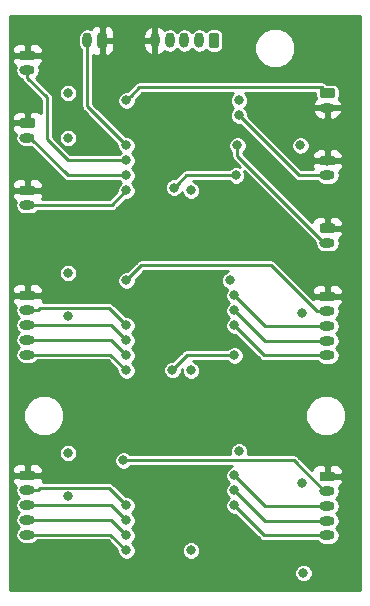
<source format=gbl>
G04 #@! TF.GenerationSoftware,KiCad,Pcbnew,(5.0.2)-1*
G04 #@! TF.CreationDate,2018-12-27T22:24:39-05:00*
G04 #@! TF.ProjectId,WarthoggitClone_4Layer,57617274-686f-4676-9769-74436c6f6e65,rev?*
G04 #@! TF.SameCoordinates,Original*
G04 #@! TF.FileFunction,Copper,L4,Bot*
G04 #@! TF.FilePolarity,Positive*
%FSLAX46Y46*%
G04 Gerber Fmt 4.6, Leading zero omitted, Abs format (unit mm)*
G04 Created by KiCad (PCBNEW (5.0.2)-1) date 12/27/2018 10:24:39 PM*
%MOMM*%
%LPD*%
G01*
G04 APERTURE LIST*
G04 #@! TA.AperFunction,Conductor*
%ADD10C,0.100000*%
G04 #@! TD*
G04 #@! TA.AperFunction,ComponentPad*
%ADD11C,0.800000*%
G04 #@! TD*
G04 #@! TA.AperFunction,ComponentPad*
%ADD12O,1.300000X0.800000*%
G04 #@! TD*
G04 #@! TA.AperFunction,ComponentPad*
%ADD13O,0.800000X1.300000*%
G04 #@! TD*
G04 #@! TA.AperFunction,ViaPad*
%ADD14C,0.800000*%
G04 #@! TD*
G04 #@! TA.AperFunction,Conductor*
%ADD15C,0.250000*%
G04 #@! TD*
G04 #@! TA.AperFunction,Conductor*
%ADD16C,0.254000*%
G04 #@! TD*
G04 APERTURE END LIST*
D10*
G04 #@! TO.N,GND*
G04 #@! TO.C,J11*
G36*
X102704603Y-58020963D02*
X102724018Y-58023843D01*
X102743057Y-58028612D01*
X102761537Y-58035224D01*
X102779279Y-58043616D01*
X102796114Y-58053706D01*
X102811879Y-58065398D01*
X102826421Y-58078579D01*
X102839602Y-58093121D01*
X102851294Y-58108886D01*
X102861384Y-58125721D01*
X102869776Y-58143463D01*
X102876388Y-58161943D01*
X102881157Y-58180982D01*
X102884037Y-58200397D01*
X102885000Y-58220000D01*
X102885000Y-58620000D01*
X102884037Y-58639603D01*
X102881157Y-58659018D01*
X102876388Y-58678057D01*
X102869776Y-58696537D01*
X102861384Y-58714279D01*
X102851294Y-58731114D01*
X102839602Y-58746879D01*
X102826421Y-58761421D01*
X102811879Y-58774602D01*
X102796114Y-58786294D01*
X102779279Y-58796384D01*
X102761537Y-58804776D01*
X102743057Y-58811388D01*
X102724018Y-58816157D01*
X102704603Y-58819037D01*
X102685000Y-58820000D01*
X101785000Y-58820000D01*
X101765397Y-58819037D01*
X101745982Y-58816157D01*
X101726943Y-58811388D01*
X101708463Y-58804776D01*
X101690721Y-58796384D01*
X101673886Y-58786294D01*
X101658121Y-58774602D01*
X101643579Y-58761421D01*
X101630398Y-58746879D01*
X101618706Y-58731114D01*
X101608616Y-58714279D01*
X101600224Y-58696537D01*
X101593612Y-58678057D01*
X101588843Y-58659018D01*
X101585963Y-58639603D01*
X101585000Y-58620000D01*
X101585000Y-58220000D01*
X101585963Y-58200397D01*
X101588843Y-58180982D01*
X101593612Y-58161943D01*
X101600224Y-58143463D01*
X101608616Y-58125721D01*
X101618706Y-58108886D01*
X101630398Y-58093121D01*
X101643579Y-58078579D01*
X101658121Y-58065398D01*
X101673886Y-58053706D01*
X101690721Y-58043616D01*
X101708463Y-58035224D01*
X101726943Y-58028612D01*
X101745982Y-58023843D01*
X101765397Y-58020963D01*
X101785000Y-58020000D01*
X102685000Y-58020000D01*
X102704603Y-58020963D01*
X102704603Y-58020963D01*
G37*
D11*
G04 #@! TD*
G04 #@! TO.P,J11,1*
G04 #@! TO.N,GND*
X102235000Y-58420000D03*
D12*
G04 #@! TO.P,J11,2*
G04 #@! TO.N,/IN_12*
X102235000Y-59670000D03*
G04 #@! TO.P,J11,3*
G04 #@! TO.N,/IN_11*
X102235000Y-60920000D03*
G04 #@! TO.P,J11,4*
G04 #@! TO.N,/IN_10*
X102235000Y-62170000D03*
G04 #@! TO.P,J11,5*
G04 #@! TO.N,/IN_9*
X102235000Y-63420000D03*
G04 #@! TD*
D10*
G04 #@! TO.N,GND*
G04 #@! TO.C,J12*
G36*
X128104603Y-58100963D02*
X128124018Y-58103843D01*
X128143057Y-58108612D01*
X128161537Y-58115224D01*
X128179279Y-58123616D01*
X128196114Y-58133706D01*
X128211879Y-58145398D01*
X128226421Y-58158579D01*
X128239602Y-58173121D01*
X128251294Y-58188886D01*
X128261384Y-58205721D01*
X128269776Y-58223463D01*
X128276388Y-58241943D01*
X128281157Y-58260982D01*
X128284037Y-58280397D01*
X128285000Y-58300000D01*
X128285000Y-58700000D01*
X128284037Y-58719603D01*
X128281157Y-58739018D01*
X128276388Y-58758057D01*
X128269776Y-58776537D01*
X128261384Y-58794279D01*
X128251294Y-58811114D01*
X128239602Y-58826879D01*
X128226421Y-58841421D01*
X128211879Y-58854602D01*
X128196114Y-58866294D01*
X128179279Y-58876384D01*
X128161537Y-58884776D01*
X128143057Y-58891388D01*
X128124018Y-58896157D01*
X128104603Y-58899037D01*
X128085000Y-58900000D01*
X127185000Y-58900000D01*
X127165397Y-58899037D01*
X127145982Y-58896157D01*
X127126943Y-58891388D01*
X127108463Y-58884776D01*
X127090721Y-58876384D01*
X127073886Y-58866294D01*
X127058121Y-58854602D01*
X127043579Y-58841421D01*
X127030398Y-58826879D01*
X127018706Y-58811114D01*
X127008616Y-58794279D01*
X127000224Y-58776537D01*
X126993612Y-58758057D01*
X126988843Y-58739018D01*
X126985963Y-58719603D01*
X126985000Y-58700000D01*
X126985000Y-58300000D01*
X126985963Y-58280397D01*
X126988843Y-58260982D01*
X126993612Y-58241943D01*
X127000224Y-58223463D01*
X127008616Y-58205721D01*
X127018706Y-58188886D01*
X127030398Y-58173121D01*
X127043579Y-58158579D01*
X127058121Y-58145398D01*
X127073886Y-58133706D01*
X127090721Y-58123616D01*
X127108463Y-58115224D01*
X127126943Y-58108612D01*
X127145982Y-58103843D01*
X127165397Y-58100963D01*
X127185000Y-58100000D01*
X128085000Y-58100000D01*
X128104603Y-58100963D01*
X128104603Y-58100963D01*
G37*
D11*
G04 #@! TD*
G04 #@! TO.P,J12,1*
G04 #@! TO.N,GND*
X127635000Y-58500000D03*
D12*
G04 #@! TO.P,J12,2*
G04 #@! TO.N,/IN_16*
X127635000Y-59750000D03*
G04 #@! TO.P,J12,3*
G04 #@! TO.N,/IN_15*
X127635000Y-61000000D03*
G04 #@! TO.P,J12,4*
G04 #@! TO.N,/IN_14*
X127635000Y-62250000D03*
G04 #@! TO.P,J12,5*
G04 #@! TO.N,/IN_13*
X127635000Y-63500000D03*
G04 #@! TD*
D10*
G04 #@! TO.N,+5V*
G04 #@! TO.C,J8*
G36*
X118249603Y-36180963D02*
X118269018Y-36183843D01*
X118288057Y-36188612D01*
X118306537Y-36195224D01*
X118324279Y-36203616D01*
X118341114Y-36213706D01*
X118356879Y-36225398D01*
X118371421Y-36238579D01*
X118384602Y-36253121D01*
X118396294Y-36268886D01*
X118406384Y-36285721D01*
X118414776Y-36303463D01*
X118421388Y-36321943D01*
X118426157Y-36340982D01*
X118429037Y-36360397D01*
X118430000Y-36380000D01*
X118430000Y-37280000D01*
X118429037Y-37299603D01*
X118426157Y-37319018D01*
X118421388Y-37338057D01*
X118414776Y-37356537D01*
X118406384Y-37374279D01*
X118396294Y-37391114D01*
X118384602Y-37406879D01*
X118371421Y-37421421D01*
X118356879Y-37434602D01*
X118341114Y-37446294D01*
X118324279Y-37456384D01*
X118306537Y-37464776D01*
X118288057Y-37471388D01*
X118269018Y-37476157D01*
X118249603Y-37479037D01*
X118230000Y-37480000D01*
X117830000Y-37480000D01*
X117810397Y-37479037D01*
X117790982Y-37476157D01*
X117771943Y-37471388D01*
X117753463Y-37464776D01*
X117735721Y-37456384D01*
X117718886Y-37446294D01*
X117703121Y-37434602D01*
X117688579Y-37421421D01*
X117675398Y-37406879D01*
X117663706Y-37391114D01*
X117653616Y-37374279D01*
X117645224Y-37356537D01*
X117638612Y-37338057D01*
X117633843Y-37319018D01*
X117630963Y-37299603D01*
X117630000Y-37280000D01*
X117630000Y-36380000D01*
X117630963Y-36360397D01*
X117633843Y-36340982D01*
X117638612Y-36321943D01*
X117645224Y-36303463D01*
X117653616Y-36285721D01*
X117663706Y-36268886D01*
X117675398Y-36253121D01*
X117688579Y-36238579D01*
X117703121Y-36225398D01*
X117718886Y-36213706D01*
X117735721Y-36203616D01*
X117753463Y-36195224D01*
X117771943Y-36188612D01*
X117790982Y-36183843D01*
X117810397Y-36180963D01*
X117830000Y-36180000D01*
X118230000Y-36180000D01*
X118249603Y-36180963D01*
X118249603Y-36180963D01*
G37*
D11*
G04 #@! TD*
G04 #@! TO.P,J8,1*
G04 #@! TO.N,+5V*
X118030000Y-36830000D03*
D13*
G04 #@! TO.P,J8,2*
G04 #@! TO.N,/SPI_CS*
X116780000Y-36830000D03*
G04 #@! TO.P,J8,3*
G04 #@! TO.N,/SPI_CLK*
X115530000Y-36830000D03*
G04 #@! TO.P,J8,4*
G04 #@! TO.N,/SPI_MISO*
X114280000Y-36830000D03*
G04 #@! TO.P,J8,5*
G04 #@! TO.N,GND*
X113030000Y-36830000D03*
G04 #@! TD*
D10*
G04 #@! TO.N,GND*
G04 #@! TO.C,J9*
G36*
X102704603Y-73260963D02*
X102724018Y-73263843D01*
X102743057Y-73268612D01*
X102761537Y-73275224D01*
X102779279Y-73283616D01*
X102796114Y-73293706D01*
X102811879Y-73305398D01*
X102826421Y-73318579D01*
X102839602Y-73333121D01*
X102851294Y-73348886D01*
X102861384Y-73365721D01*
X102869776Y-73383463D01*
X102876388Y-73401943D01*
X102881157Y-73420982D01*
X102884037Y-73440397D01*
X102885000Y-73460000D01*
X102885000Y-73860000D01*
X102884037Y-73879603D01*
X102881157Y-73899018D01*
X102876388Y-73918057D01*
X102869776Y-73936537D01*
X102861384Y-73954279D01*
X102851294Y-73971114D01*
X102839602Y-73986879D01*
X102826421Y-74001421D01*
X102811879Y-74014602D01*
X102796114Y-74026294D01*
X102779279Y-74036384D01*
X102761537Y-74044776D01*
X102743057Y-74051388D01*
X102724018Y-74056157D01*
X102704603Y-74059037D01*
X102685000Y-74060000D01*
X101785000Y-74060000D01*
X101765397Y-74059037D01*
X101745982Y-74056157D01*
X101726943Y-74051388D01*
X101708463Y-74044776D01*
X101690721Y-74036384D01*
X101673886Y-74026294D01*
X101658121Y-74014602D01*
X101643579Y-74001421D01*
X101630398Y-73986879D01*
X101618706Y-73971114D01*
X101608616Y-73954279D01*
X101600224Y-73936537D01*
X101593612Y-73918057D01*
X101588843Y-73899018D01*
X101585963Y-73879603D01*
X101585000Y-73860000D01*
X101585000Y-73460000D01*
X101585963Y-73440397D01*
X101588843Y-73420982D01*
X101593612Y-73401943D01*
X101600224Y-73383463D01*
X101608616Y-73365721D01*
X101618706Y-73348886D01*
X101630398Y-73333121D01*
X101643579Y-73318579D01*
X101658121Y-73305398D01*
X101673886Y-73293706D01*
X101690721Y-73283616D01*
X101708463Y-73275224D01*
X101726943Y-73268612D01*
X101745982Y-73263843D01*
X101765397Y-73260963D01*
X101785000Y-73260000D01*
X102685000Y-73260000D01*
X102704603Y-73260963D01*
X102704603Y-73260963D01*
G37*
D11*
G04 #@! TD*
G04 #@! TO.P,J9,1*
G04 #@! TO.N,GND*
X102235000Y-73660000D03*
D12*
G04 #@! TO.P,J9,2*
G04 #@! TO.N,/IN_4*
X102235000Y-74910000D03*
G04 #@! TO.P,J9,3*
G04 #@! TO.N,/IN_3*
X102235000Y-76160000D03*
G04 #@! TO.P,J9,4*
G04 #@! TO.N,/IN_2*
X102235000Y-77410000D03*
G04 #@! TO.P,J9,5*
G04 #@! TO.N,/IN_1*
X102235000Y-78660000D03*
G04 #@! TD*
D10*
G04 #@! TO.N,GND*
G04 #@! TO.C,J10*
G36*
X128104603Y-73340963D02*
X128124018Y-73343843D01*
X128143057Y-73348612D01*
X128161537Y-73355224D01*
X128179279Y-73363616D01*
X128196114Y-73373706D01*
X128211879Y-73385398D01*
X128226421Y-73398579D01*
X128239602Y-73413121D01*
X128251294Y-73428886D01*
X128261384Y-73445721D01*
X128269776Y-73463463D01*
X128276388Y-73481943D01*
X128281157Y-73500982D01*
X128284037Y-73520397D01*
X128285000Y-73540000D01*
X128285000Y-73940000D01*
X128284037Y-73959603D01*
X128281157Y-73979018D01*
X128276388Y-73998057D01*
X128269776Y-74016537D01*
X128261384Y-74034279D01*
X128251294Y-74051114D01*
X128239602Y-74066879D01*
X128226421Y-74081421D01*
X128211879Y-74094602D01*
X128196114Y-74106294D01*
X128179279Y-74116384D01*
X128161537Y-74124776D01*
X128143057Y-74131388D01*
X128124018Y-74136157D01*
X128104603Y-74139037D01*
X128085000Y-74140000D01*
X127185000Y-74140000D01*
X127165397Y-74139037D01*
X127145982Y-74136157D01*
X127126943Y-74131388D01*
X127108463Y-74124776D01*
X127090721Y-74116384D01*
X127073886Y-74106294D01*
X127058121Y-74094602D01*
X127043579Y-74081421D01*
X127030398Y-74066879D01*
X127018706Y-74051114D01*
X127008616Y-74034279D01*
X127000224Y-74016537D01*
X126993612Y-73998057D01*
X126988843Y-73979018D01*
X126985963Y-73959603D01*
X126985000Y-73940000D01*
X126985000Y-73540000D01*
X126985963Y-73520397D01*
X126988843Y-73500982D01*
X126993612Y-73481943D01*
X127000224Y-73463463D01*
X127008616Y-73445721D01*
X127018706Y-73428886D01*
X127030398Y-73413121D01*
X127043579Y-73398579D01*
X127058121Y-73385398D01*
X127073886Y-73373706D01*
X127090721Y-73363616D01*
X127108463Y-73355224D01*
X127126943Y-73348612D01*
X127145982Y-73343843D01*
X127165397Y-73340963D01*
X127185000Y-73340000D01*
X128085000Y-73340000D01*
X128104603Y-73340963D01*
X128104603Y-73340963D01*
G37*
D11*
G04 #@! TD*
G04 #@! TO.P,J10,1*
G04 #@! TO.N,GND*
X127635000Y-73740000D03*
D12*
G04 #@! TO.P,J10,2*
G04 #@! TO.N,/IN_8*
X127635000Y-74990000D03*
G04 #@! TO.P,J10,3*
G04 #@! TO.N,/IN_7*
X127635000Y-76240000D03*
G04 #@! TO.P,J10,4*
G04 #@! TO.N,/IN_6*
X127635000Y-77490000D03*
G04 #@! TO.P,J10,5*
G04 #@! TO.N,/IN_5*
X127635000Y-78740000D03*
G04 #@! TD*
D10*
G04 #@! TO.N,GND*
G04 #@! TO.C,J2*
G36*
X128104603Y-52325963D02*
X128124018Y-52328843D01*
X128143057Y-52333612D01*
X128161537Y-52340224D01*
X128179279Y-52348616D01*
X128196114Y-52358706D01*
X128211879Y-52370398D01*
X128226421Y-52383579D01*
X128239602Y-52398121D01*
X128251294Y-52413886D01*
X128261384Y-52430721D01*
X128269776Y-52448463D01*
X128276388Y-52466943D01*
X128281157Y-52485982D01*
X128284037Y-52505397D01*
X128285000Y-52525000D01*
X128285000Y-52925000D01*
X128284037Y-52944603D01*
X128281157Y-52964018D01*
X128276388Y-52983057D01*
X128269776Y-53001537D01*
X128261384Y-53019279D01*
X128251294Y-53036114D01*
X128239602Y-53051879D01*
X128226421Y-53066421D01*
X128211879Y-53079602D01*
X128196114Y-53091294D01*
X128179279Y-53101384D01*
X128161537Y-53109776D01*
X128143057Y-53116388D01*
X128124018Y-53121157D01*
X128104603Y-53124037D01*
X128085000Y-53125000D01*
X127185000Y-53125000D01*
X127165397Y-53124037D01*
X127145982Y-53121157D01*
X127126943Y-53116388D01*
X127108463Y-53109776D01*
X127090721Y-53101384D01*
X127073886Y-53091294D01*
X127058121Y-53079602D01*
X127043579Y-53066421D01*
X127030398Y-53051879D01*
X127018706Y-53036114D01*
X127008616Y-53019279D01*
X127000224Y-53001537D01*
X126993612Y-52983057D01*
X126988843Y-52964018D01*
X126985963Y-52944603D01*
X126985000Y-52925000D01*
X126985000Y-52525000D01*
X126985963Y-52505397D01*
X126988843Y-52485982D01*
X126993612Y-52466943D01*
X127000224Y-52448463D01*
X127008616Y-52430721D01*
X127018706Y-52413886D01*
X127030398Y-52398121D01*
X127043579Y-52383579D01*
X127058121Y-52370398D01*
X127073886Y-52358706D01*
X127090721Y-52348616D01*
X127108463Y-52340224D01*
X127126943Y-52333612D01*
X127145982Y-52328843D01*
X127165397Y-52325963D01*
X127185000Y-52325000D01*
X128085000Y-52325000D01*
X128104603Y-52325963D01*
X128104603Y-52325963D01*
G37*
D11*
G04 #@! TD*
G04 #@! TO.P,J2,1*
G04 #@! TO.N,GND*
X127635000Y-52725000D03*
D12*
G04 #@! TO.P,J2,2*
G04 #@! TO.N,/IN_21*
X127635000Y-53975000D03*
G04 #@! TD*
D10*
G04 #@! TO.N,GND*
G04 #@! TO.C,J1*
G36*
X102704603Y-49130963D02*
X102724018Y-49133843D01*
X102743057Y-49138612D01*
X102761537Y-49145224D01*
X102779279Y-49153616D01*
X102796114Y-49163706D01*
X102811879Y-49175398D01*
X102826421Y-49188579D01*
X102839602Y-49203121D01*
X102851294Y-49218886D01*
X102861384Y-49235721D01*
X102869776Y-49253463D01*
X102876388Y-49271943D01*
X102881157Y-49290982D01*
X102884037Y-49310397D01*
X102885000Y-49330000D01*
X102885000Y-49730000D01*
X102884037Y-49749603D01*
X102881157Y-49769018D01*
X102876388Y-49788057D01*
X102869776Y-49806537D01*
X102861384Y-49824279D01*
X102851294Y-49841114D01*
X102839602Y-49856879D01*
X102826421Y-49871421D01*
X102811879Y-49884602D01*
X102796114Y-49896294D01*
X102779279Y-49906384D01*
X102761537Y-49914776D01*
X102743057Y-49921388D01*
X102724018Y-49926157D01*
X102704603Y-49929037D01*
X102685000Y-49930000D01*
X101785000Y-49930000D01*
X101765397Y-49929037D01*
X101745982Y-49926157D01*
X101726943Y-49921388D01*
X101708463Y-49914776D01*
X101690721Y-49906384D01*
X101673886Y-49896294D01*
X101658121Y-49884602D01*
X101643579Y-49871421D01*
X101630398Y-49856879D01*
X101618706Y-49841114D01*
X101608616Y-49824279D01*
X101600224Y-49806537D01*
X101593612Y-49788057D01*
X101588843Y-49769018D01*
X101585963Y-49749603D01*
X101585000Y-49730000D01*
X101585000Y-49330000D01*
X101585963Y-49310397D01*
X101588843Y-49290982D01*
X101593612Y-49271943D01*
X101600224Y-49253463D01*
X101608616Y-49235721D01*
X101618706Y-49218886D01*
X101630398Y-49203121D01*
X101643579Y-49188579D01*
X101658121Y-49175398D01*
X101673886Y-49163706D01*
X101690721Y-49153616D01*
X101708463Y-49145224D01*
X101726943Y-49138612D01*
X101745982Y-49133843D01*
X101765397Y-49130963D01*
X101785000Y-49130000D01*
X102685000Y-49130000D01*
X102704603Y-49130963D01*
X102704603Y-49130963D01*
G37*
D11*
G04 #@! TD*
G04 #@! TO.P,J1,1*
G04 #@! TO.N,GND*
X102235000Y-49530000D03*
D12*
G04 #@! TO.P,J1,2*
G04 #@! TO.N,/IN_17*
X102235000Y-50780000D03*
G04 #@! TD*
D10*
G04 #@! TO.N,GND*
G04 #@! TO.C,J3*
G36*
X102704603Y-43415963D02*
X102724018Y-43418843D01*
X102743057Y-43423612D01*
X102761537Y-43430224D01*
X102779279Y-43438616D01*
X102796114Y-43448706D01*
X102811879Y-43460398D01*
X102826421Y-43473579D01*
X102839602Y-43488121D01*
X102851294Y-43503886D01*
X102861384Y-43520721D01*
X102869776Y-43538463D01*
X102876388Y-43556943D01*
X102881157Y-43575982D01*
X102884037Y-43595397D01*
X102885000Y-43615000D01*
X102885000Y-44015000D01*
X102884037Y-44034603D01*
X102881157Y-44054018D01*
X102876388Y-44073057D01*
X102869776Y-44091537D01*
X102861384Y-44109279D01*
X102851294Y-44126114D01*
X102839602Y-44141879D01*
X102826421Y-44156421D01*
X102811879Y-44169602D01*
X102796114Y-44181294D01*
X102779279Y-44191384D01*
X102761537Y-44199776D01*
X102743057Y-44206388D01*
X102724018Y-44211157D01*
X102704603Y-44214037D01*
X102685000Y-44215000D01*
X101785000Y-44215000D01*
X101765397Y-44214037D01*
X101745982Y-44211157D01*
X101726943Y-44206388D01*
X101708463Y-44199776D01*
X101690721Y-44191384D01*
X101673886Y-44181294D01*
X101658121Y-44169602D01*
X101643579Y-44156421D01*
X101630398Y-44141879D01*
X101618706Y-44126114D01*
X101608616Y-44109279D01*
X101600224Y-44091537D01*
X101593612Y-44073057D01*
X101588843Y-44054018D01*
X101585963Y-44034603D01*
X101585000Y-44015000D01*
X101585000Y-43615000D01*
X101585963Y-43595397D01*
X101588843Y-43575982D01*
X101593612Y-43556943D01*
X101600224Y-43538463D01*
X101608616Y-43520721D01*
X101618706Y-43503886D01*
X101630398Y-43488121D01*
X101643579Y-43473579D01*
X101658121Y-43460398D01*
X101673886Y-43448706D01*
X101690721Y-43438616D01*
X101708463Y-43430224D01*
X101726943Y-43423612D01*
X101745982Y-43418843D01*
X101765397Y-43415963D01*
X101785000Y-43415000D01*
X102685000Y-43415000D01*
X102704603Y-43415963D01*
X102704603Y-43415963D01*
G37*
D11*
G04 #@! TD*
G04 #@! TO.P,J3,1*
G04 #@! TO.N,GND*
X102235000Y-43815000D03*
D12*
G04 #@! TO.P,J3,2*
G04 #@! TO.N,/IN_18*
X102235000Y-45065000D03*
G04 #@! TD*
D10*
G04 #@! TO.N,GND*
G04 #@! TO.C,J5*
G36*
X128104603Y-46610963D02*
X128124018Y-46613843D01*
X128143057Y-46618612D01*
X128161537Y-46625224D01*
X128179279Y-46633616D01*
X128196114Y-46643706D01*
X128211879Y-46655398D01*
X128226421Y-46668579D01*
X128239602Y-46683121D01*
X128251294Y-46698886D01*
X128261384Y-46715721D01*
X128269776Y-46733463D01*
X128276388Y-46751943D01*
X128281157Y-46770982D01*
X128284037Y-46790397D01*
X128285000Y-46810000D01*
X128285000Y-47210000D01*
X128284037Y-47229603D01*
X128281157Y-47249018D01*
X128276388Y-47268057D01*
X128269776Y-47286537D01*
X128261384Y-47304279D01*
X128251294Y-47321114D01*
X128239602Y-47336879D01*
X128226421Y-47351421D01*
X128211879Y-47364602D01*
X128196114Y-47376294D01*
X128179279Y-47386384D01*
X128161537Y-47394776D01*
X128143057Y-47401388D01*
X128124018Y-47406157D01*
X128104603Y-47409037D01*
X128085000Y-47410000D01*
X127185000Y-47410000D01*
X127165397Y-47409037D01*
X127145982Y-47406157D01*
X127126943Y-47401388D01*
X127108463Y-47394776D01*
X127090721Y-47386384D01*
X127073886Y-47376294D01*
X127058121Y-47364602D01*
X127043579Y-47351421D01*
X127030398Y-47336879D01*
X127018706Y-47321114D01*
X127008616Y-47304279D01*
X127000224Y-47286537D01*
X126993612Y-47268057D01*
X126988843Y-47249018D01*
X126985963Y-47229603D01*
X126985000Y-47210000D01*
X126985000Y-46810000D01*
X126985963Y-46790397D01*
X126988843Y-46770982D01*
X126993612Y-46751943D01*
X127000224Y-46733463D01*
X127008616Y-46715721D01*
X127018706Y-46698886D01*
X127030398Y-46683121D01*
X127043579Y-46668579D01*
X127058121Y-46655398D01*
X127073886Y-46643706D01*
X127090721Y-46633616D01*
X127108463Y-46625224D01*
X127126943Y-46618612D01*
X127145982Y-46613843D01*
X127165397Y-46610963D01*
X127185000Y-46610000D01*
X128085000Y-46610000D01*
X128104603Y-46610963D01*
X128104603Y-46610963D01*
G37*
D11*
G04 #@! TD*
G04 #@! TO.P,J5,1*
G04 #@! TO.N,GND*
X127635000Y-47010000D03*
D12*
G04 #@! TO.P,J5,2*
G04 #@! TO.N,/IN_23*
X127635000Y-48260000D03*
G04 #@! TD*
D10*
G04 #@! TO.N,/IN_24*
G04 #@! TO.C,J6*
G36*
X128104603Y-40875963D02*
X128124018Y-40878843D01*
X128143057Y-40883612D01*
X128161537Y-40890224D01*
X128179279Y-40898616D01*
X128196114Y-40908706D01*
X128211879Y-40920398D01*
X128226421Y-40933579D01*
X128239602Y-40948121D01*
X128251294Y-40963886D01*
X128261384Y-40980721D01*
X128269776Y-40998463D01*
X128276388Y-41016943D01*
X128281157Y-41035982D01*
X128284037Y-41055397D01*
X128285000Y-41075000D01*
X128285000Y-41475000D01*
X128284037Y-41494603D01*
X128281157Y-41514018D01*
X128276388Y-41533057D01*
X128269776Y-41551537D01*
X128261384Y-41569279D01*
X128251294Y-41586114D01*
X128239602Y-41601879D01*
X128226421Y-41616421D01*
X128211879Y-41629602D01*
X128196114Y-41641294D01*
X128179279Y-41651384D01*
X128161537Y-41659776D01*
X128143057Y-41666388D01*
X128124018Y-41671157D01*
X128104603Y-41674037D01*
X128085000Y-41675000D01*
X127185000Y-41675000D01*
X127165397Y-41674037D01*
X127145982Y-41671157D01*
X127126943Y-41666388D01*
X127108463Y-41659776D01*
X127090721Y-41651384D01*
X127073886Y-41641294D01*
X127058121Y-41629602D01*
X127043579Y-41616421D01*
X127030398Y-41601879D01*
X127018706Y-41586114D01*
X127008616Y-41569279D01*
X127000224Y-41551537D01*
X126993612Y-41533057D01*
X126988843Y-41514018D01*
X126985963Y-41494603D01*
X126985000Y-41475000D01*
X126985000Y-41075000D01*
X126985963Y-41055397D01*
X126988843Y-41035982D01*
X126993612Y-41016943D01*
X127000224Y-40998463D01*
X127008616Y-40980721D01*
X127018706Y-40963886D01*
X127030398Y-40948121D01*
X127043579Y-40933579D01*
X127058121Y-40920398D01*
X127073886Y-40908706D01*
X127090721Y-40898616D01*
X127108463Y-40890224D01*
X127126943Y-40883612D01*
X127145982Y-40878843D01*
X127165397Y-40875963D01*
X127185000Y-40875000D01*
X128085000Y-40875000D01*
X128104603Y-40875963D01*
X128104603Y-40875963D01*
G37*
D11*
G04 #@! TD*
G04 #@! TO.P,J6,1*
G04 #@! TO.N,/IN_24*
X127635000Y-41275000D03*
D12*
G04 #@! TO.P,J6,2*
G04 #@! TO.N,GND*
X127635000Y-42525000D03*
G04 #@! TD*
D10*
G04 #@! TO.N,GND*
G04 #@! TO.C,J4*
G36*
X102704603Y-37700963D02*
X102724018Y-37703843D01*
X102743057Y-37708612D01*
X102761537Y-37715224D01*
X102779279Y-37723616D01*
X102796114Y-37733706D01*
X102811879Y-37745398D01*
X102826421Y-37758579D01*
X102839602Y-37773121D01*
X102851294Y-37788886D01*
X102861384Y-37805721D01*
X102869776Y-37823463D01*
X102876388Y-37841943D01*
X102881157Y-37860982D01*
X102884037Y-37880397D01*
X102885000Y-37900000D01*
X102885000Y-38300000D01*
X102884037Y-38319603D01*
X102881157Y-38339018D01*
X102876388Y-38358057D01*
X102869776Y-38376537D01*
X102861384Y-38394279D01*
X102851294Y-38411114D01*
X102839602Y-38426879D01*
X102826421Y-38441421D01*
X102811879Y-38454602D01*
X102796114Y-38466294D01*
X102779279Y-38476384D01*
X102761537Y-38484776D01*
X102743057Y-38491388D01*
X102724018Y-38496157D01*
X102704603Y-38499037D01*
X102685000Y-38500000D01*
X101785000Y-38500000D01*
X101765397Y-38499037D01*
X101745982Y-38496157D01*
X101726943Y-38491388D01*
X101708463Y-38484776D01*
X101690721Y-38476384D01*
X101673886Y-38466294D01*
X101658121Y-38454602D01*
X101643579Y-38441421D01*
X101630398Y-38426879D01*
X101618706Y-38411114D01*
X101608616Y-38394279D01*
X101600224Y-38376537D01*
X101593612Y-38358057D01*
X101588843Y-38339018D01*
X101585963Y-38319603D01*
X101585000Y-38300000D01*
X101585000Y-37900000D01*
X101585963Y-37880397D01*
X101588843Y-37860982D01*
X101593612Y-37841943D01*
X101600224Y-37823463D01*
X101608616Y-37805721D01*
X101618706Y-37788886D01*
X101630398Y-37773121D01*
X101643579Y-37758579D01*
X101658121Y-37745398D01*
X101673886Y-37733706D01*
X101690721Y-37723616D01*
X101708463Y-37715224D01*
X101726943Y-37708612D01*
X101745982Y-37703843D01*
X101765397Y-37700963D01*
X101785000Y-37700000D01*
X102685000Y-37700000D01*
X102704603Y-37700963D01*
X102704603Y-37700963D01*
G37*
D11*
G04 #@! TD*
G04 #@! TO.P,J4,1*
G04 #@! TO.N,GND*
X102235000Y-38100000D03*
D12*
G04 #@! TO.P,J4,2*
G04 #@! TO.N,/IN_19*
X102235000Y-39350000D03*
G04 #@! TD*
D10*
G04 #@! TO.N,GND*
G04 #@! TO.C,J7*
G36*
X108784603Y-36180963D02*
X108804018Y-36183843D01*
X108823057Y-36188612D01*
X108841537Y-36195224D01*
X108859279Y-36203616D01*
X108876114Y-36213706D01*
X108891879Y-36225398D01*
X108906421Y-36238579D01*
X108919602Y-36253121D01*
X108931294Y-36268886D01*
X108941384Y-36285721D01*
X108949776Y-36303463D01*
X108956388Y-36321943D01*
X108961157Y-36340982D01*
X108964037Y-36360397D01*
X108965000Y-36380000D01*
X108965000Y-37280000D01*
X108964037Y-37299603D01*
X108961157Y-37319018D01*
X108956388Y-37338057D01*
X108949776Y-37356537D01*
X108941384Y-37374279D01*
X108931294Y-37391114D01*
X108919602Y-37406879D01*
X108906421Y-37421421D01*
X108891879Y-37434602D01*
X108876114Y-37446294D01*
X108859279Y-37456384D01*
X108841537Y-37464776D01*
X108823057Y-37471388D01*
X108804018Y-37476157D01*
X108784603Y-37479037D01*
X108765000Y-37480000D01*
X108365000Y-37480000D01*
X108345397Y-37479037D01*
X108325982Y-37476157D01*
X108306943Y-37471388D01*
X108288463Y-37464776D01*
X108270721Y-37456384D01*
X108253886Y-37446294D01*
X108238121Y-37434602D01*
X108223579Y-37421421D01*
X108210398Y-37406879D01*
X108198706Y-37391114D01*
X108188616Y-37374279D01*
X108180224Y-37356537D01*
X108173612Y-37338057D01*
X108168843Y-37319018D01*
X108165963Y-37299603D01*
X108165000Y-37280000D01*
X108165000Y-36380000D01*
X108165963Y-36360397D01*
X108168843Y-36340982D01*
X108173612Y-36321943D01*
X108180224Y-36303463D01*
X108188616Y-36285721D01*
X108198706Y-36268886D01*
X108210398Y-36253121D01*
X108223579Y-36238579D01*
X108238121Y-36225398D01*
X108253886Y-36213706D01*
X108270721Y-36203616D01*
X108288463Y-36195224D01*
X108306943Y-36188612D01*
X108325982Y-36183843D01*
X108345397Y-36180963D01*
X108365000Y-36180000D01*
X108765000Y-36180000D01*
X108784603Y-36180963D01*
X108784603Y-36180963D01*
G37*
D11*
G04 #@! TD*
G04 #@! TO.P,J7,1*
G04 #@! TO.N,GND*
X108565000Y-36830000D03*
D13*
G04 #@! TO.P,J7,2*
G04 #@! TO.N,/IN_20*
X107315000Y-36830000D03*
G04 #@! TD*
D14*
G04 #@! TO.N,+5V*
X105664000Y-41275000D03*
X105664000Y-45085000D03*
X105664000Y-56515000D03*
X105664000Y-71755000D03*
X105664000Y-75434990D03*
X125603000Y-81915000D03*
X119380000Y-57150000D03*
X105664000Y-60194990D03*
X120142000Y-71628000D03*
X125476000Y-74295000D03*
X125476000Y-59944000D03*
X120142000Y-41910000D03*
X125349000Y-45720000D03*
G04 #@! TO.N,GND*
X105664000Y-43180000D03*
X105664000Y-58420000D03*
X105664000Y-73660000D03*
X110617000Y-81280000D03*
X125603000Y-80010000D03*
X123825000Y-66548000D03*
X110617000Y-66040000D03*
X110617000Y-50800000D03*
X123444000Y-70612000D03*
X123571000Y-55245000D03*
X125476000Y-50165000D03*
X125476000Y-41910000D03*
G04 #@! TO.N,/IN_17*
X110617000Y-49530000D03*
G04 #@! TO.N,/IN_18*
X110617000Y-48260000D03*
G04 #@! TO.N,/IN_19*
X110617000Y-46990000D03*
G04 #@! TO.N,/IN_20*
X110617000Y-45720000D03*
G04 #@! TO.N,/IN_21*
X120015000Y-45720000D03*
G04 #@! TO.N,/IN_23*
X120142000Y-43180000D03*
G04 #@! TO.N,/IN_24*
X110617000Y-41910000D03*
G04 #@! TO.N,/SPI_CLK*
X116078000Y-49530000D03*
X116078000Y-64770000D03*
X116078000Y-80010000D03*
G04 #@! TO.N,/IN_1*
X110617000Y-80010000D03*
G04 #@! TO.N,/IN_2*
X110617000Y-78740000D03*
G04 #@! TO.N,/IN_3*
X110617000Y-77470000D03*
G04 #@! TO.N,/IN_4*
X110617000Y-76200000D03*
G04 #@! TO.N,/IN_8*
X110363000Y-72390000D03*
G04 #@! TO.N,/IN_7*
X119761000Y-73660000D03*
G04 #@! TO.N,/IN_6*
X119761000Y-74930000D03*
G04 #@! TO.N,/IN_5*
X119761000Y-76200000D03*
G04 #@! TO.N,/IN_9*
X110617000Y-64770000D03*
G04 #@! TO.N,/IN_10*
X110617000Y-63500000D03*
G04 #@! TO.N,/IN_11*
X110617000Y-62230000D03*
G04 #@! TO.N,/IN_12*
X110617000Y-60960000D03*
G04 #@! TO.N,/IN_16*
X110617000Y-57150000D03*
G04 #@! TO.N,/IN_15*
X119761000Y-58420000D03*
G04 #@! TO.N,/IN_14*
X119761000Y-59690000D03*
G04 #@! TO.N,/IN_13*
X119761000Y-60960000D03*
G04 #@! TO.N,/SER_2*
X119761000Y-63500000D03*
X114508415Y-64713508D03*
G04 #@! TO.N,/SER_3*
X119888000Y-48260000D03*
X114627989Y-49282437D03*
G04 #@! TD*
D15*
G04 #@! TO.N,/IN_17*
X102235000Y-50780000D02*
X109367000Y-50780000D01*
X109367000Y-50780000D02*
X110617000Y-49530000D01*
G04 #@! TO.N,/IN_18*
X105680000Y-48260000D02*
X110617000Y-48260000D01*
X102235000Y-45065000D02*
X102485000Y-45065000D01*
X102485000Y-45065000D02*
X105680000Y-48260000D01*
G04 #@! TO.N,/IN_19*
X102235000Y-40000000D02*
X103886000Y-41651000D01*
X102235000Y-39350000D02*
X102235000Y-40000000D01*
X103886000Y-41651000D02*
X103886000Y-45212000D01*
X103886000Y-45212000D02*
X105664000Y-46990000D01*
X105664000Y-46990000D02*
X110617000Y-46990000D01*
G04 #@! TO.N,/IN_20*
X107315000Y-36830000D02*
X107315000Y-42418000D01*
X107315000Y-42418000D02*
X110617000Y-45720000D01*
G04 #@! TO.N,/IN_21*
X120015000Y-46605000D02*
X120015000Y-45720000D01*
X127635000Y-53975000D02*
X127385000Y-53975000D01*
X127385000Y-53975000D02*
X120015000Y-46605000D01*
G04 #@! TO.N,/IN_23*
X127635000Y-48260000D02*
X125222000Y-48260000D01*
X125222000Y-48260000D02*
X120142000Y-43180000D01*
G04 #@! TO.N,/IN_24*
X111722710Y-40804290D02*
X111016999Y-41510001D01*
X111016999Y-41510001D02*
X110617000Y-41910000D01*
X127635000Y-41275000D02*
X127164290Y-40804290D01*
X127164290Y-40804290D02*
X111722710Y-40804290D01*
G04 #@! TO.N,/IN_1*
X102235000Y-78660000D02*
X109267000Y-78660000D01*
X109267000Y-78660000D02*
X110617000Y-80010000D01*
G04 #@! TO.N,/IN_2*
X102235000Y-77410000D02*
X109287000Y-77410000D01*
X109287000Y-77410000D02*
X110617000Y-78740000D01*
G04 #@! TO.N,/IN_3*
X109307000Y-76160000D02*
X110617000Y-77470000D01*
X102235000Y-76160000D02*
X109307000Y-76160000D01*
G04 #@! TO.N,/IN_4*
X103335011Y-74709989D02*
X109126989Y-74709989D01*
X109126989Y-74709989D02*
X110217001Y-75800001D01*
X103135000Y-74910000D02*
X103335011Y-74709989D01*
X102235000Y-74910000D02*
X103135000Y-74910000D01*
X110217001Y-75800001D02*
X110617000Y-76200000D01*
G04 #@! TO.N,/IN_8*
X127635000Y-74990000D02*
X127385000Y-74990000D01*
X110928685Y-72390000D02*
X110363000Y-72390000D01*
X124785000Y-72390000D02*
X110928685Y-72390000D01*
X127385000Y-74990000D02*
X124785000Y-72390000D01*
G04 #@! TO.N,/IN_7*
X127635000Y-76240000D02*
X122341000Y-76240000D01*
X122341000Y-76240000D02*
X119761000Y-73660000D01*
G04 #@! TO.N,/IN_6*
X127635000Y-77490000D02*
X122321000Y-77490000D01*
X122321000Y-77490000D02*
X119761000Y-74930000D01*
G04 #@! TO.N,/IN_5*
X127635000Y-78740000D02*
X122301000Y-78740000D01*
X122301000Y-78740000D02*
X119761000Y-76200000D01*
G04 #@! TO.N,/IN_9*
X102235000Y-63420000D02*
X109267000Y-63420000D01*
X109267000Y-63420000D02*
X110617000Y-64770000D01*
G04 #@! TO.N,/IN_10*
X102235000Y-62170000D02*
X109287000Y-62170000D01*
X109287000Y-62170000D02*
X110617000Y-63500000D01*
G04 #@! TO.N,/IN_11*
X102235000Y-60920000D02*
X109307000Y-60920000D01*
X109307000Y-60920000D02*
X110617000Y-62230000D01*
G04 #@! TO.N,/IN_12*
X103135000Y-59670000D02*
X103335011Y-59469989D01*
X109126989Y-59469989D02*
X110217001Y-60560001D01*
X110217001Y-60560001D02*
X110617000Y-60960000D01*
X103335011Y-59469989D02*
X109126989Y-59469989D01*
X102235000Y-59670000D02*
X103135000Y-59670000D01*
G04 #@! TO.N,/IN_16*
X126735000Y-59750000D02*
X122865000Y-55880000D01*
X127635000Y-59750000D02*
X126735000Y-59750000D01*
X122865000Y-55880000D02*
X111887000Y-55880000D01*
X111887000Y-55880000D02*
X110617000Y-57150000D01*
G04 #@! TO.N,/IN_15*
X127635000Y-61000000D02*
X122341000Y-61000000D01*
X122341000Y-61000000D02*
X119761000Y-58420000D01*
G04 #@! TO.N,/IN_14*
X127635000Y-62250000D02*
X122321000Y-62250000D01*
X122321000Y-62250000D02*
X119761000Y-59690000D01*
G04 #@! TO.N,/IN_13*
X127635000Y-63500000D02*
X122301000Y-63500000D01*
X122301000Y-63500000D02*
X119761000Y-60960000D01*
G04 #@! TO.N,/SER_2*
X114908414Y-64313509D02*
X114508415Y-64713508D01*
X115721923Y-63500000D02*
X114908414Y-64313509D01*
X119761000Y-63500000D02*
X115721923Y-63500000D01*
G04 #@! TO.N,/SER_3*
X119888000Y-48260000D02*
X115650426Y-48260000D01*
X115027988Y-48882438D02*
X114627989Y-49282437D01*
X115650426Y-48260000D02*
X115027988Y-48882438D01*
G04 #@! TD*
D16*
G04 #@! TO.N,GND*
G36*
X130354001Y-83364000D02*
X100786000Y-83364000D01*
X100786000Y-81759649D01*
X124822000Y-81759649D01*
X124822000Y-82070351D01*
X124940900Y-82357401D01*
X125160599Y-82577100D01*
X125447649Y-82696000D01*
X125758351Y-82696000D01*
X126045401Y-82577100D01*
X126265100Y-82357401D01*
X126384000Y-82070351D01*
X126384000Y-81759649D01*
X126265100Y-81472599D01*
X126045401Y-81252900D01*
X125758351Y-81134000D01*
X125447649Y-81134000D01*
X125160599Y-81252900D01*
X124940900Y-81472599D01*
X124822000Y-81759649D01*
X100786000Y-81759649D01*
X100786000Y-73945750D01*
X100950000Y-73945750D01*
X100950000Y-74186309D01*
X101046673Y-74419698D01*
X101225301Y-74598327D01*
X101248763Y-74608045D01*
X101188700Y-74910000D01*
X101249315Y-75214731D01*
X101421931Y-75473069D01*
X101514617Y-75535000D01*
X101421931Y-75596931D01*
X101249315Y-75855269D01*
X101188700Y-76160000D01*
X101249315Y-76464731D01*
X101421931Y-76723069D01*
X101514617Y-76785000D01*
X101421931Y-76846931D01*
X101249315Y-77105269D01*
X101188700Y-77410000D01*
X101249315Y-77714731D01*
X101421931Y-77973069D01*
X101514617Y-78035000D01*
X101421931Y-78096931D01*
X101249315Y-78355269D01*
X101188700Y-78660000D01*
X101249315Y-78964731D01*
X101421931Y-79223069D01*
X101680269Y-79395685D01*
X101908082Y-79441000D01*
X102561918Y-79441000D01*
X102789731Y-79395685D01*
X103048069Y-79223069D01*
X103086201Y-79166000D01*
X109057409Y-79166000D01*
X109836000Y-79944592D01*
X109836000Y-80165351D01*
X109954900Y-80452401D01*
X110174599Y-80672100D01*
X110461649Y-80791000D01*
X110772351Y-80791000D01*
X111059401Y-80672100D01*
X111279100Y-80452401D01*
X111398000Y-80165351D01*
X111398000Y-79854649D01*
X115297000Y-79854649D01*
X115297000Y-80165351D01*
X115415900Y-80452401D01*
X115635599Y-80672100D01*
X115922649Y-80791000D01*
X116233351Y-80791000D01*
X116520401Y-80672100D01*
X116740100Y-80452401D01*
X116859000Y-80165351D01*
X116859000Y-79854649D01*
X116740100Y-79567599D01*
X116520401Y-79347900D01*
X116233351Y-79229000D01*
X115922649Y-79229000D01*
X115635599Y-79347900D01*
X115415900Y-79567599D01*
X115297000Y-79854649D01*
X111398000Y-79854649D01*
X111279100Y-79567599D01*
X111086501Y-79375000D01*
X111279100Y-79182401D01*
X111398000Y-78895351D01*
X111398000Y-78584649D01*
X111279100Y-78297599D01*
X111086501Y-78105000D01*
X111279100Y-77912401D01*
X111398000Y-77625351D01*
X111398000Y-77314649D01*
X111279100Y-77027599D01*
X111086501Y-76835000D01*
X111279100Y-76642401D01*
X111398000Y-76355351D01*
X111398000Y-76044649D01*
X111279100Y-75757599D01*
X111059401Y-75537900D01*
X110772351Y-75419000D01*
X110551592Y-75419000D01*
X109520027Y-74387436D01*
X109491795Y-74345183D01*
X109324420Y-74233348D01*
X109176824Y-74203989D01*
X109176823Y-74203989D01*
X109126989Y-74194076D01*
X109077155Y-74203989D01*
X103512677Y-74203989D01*
X103520000Y-74186309D01*
X103520000Y-73945750D01*
X103361250Y-73787000D01*
X102362000Y-73787000D01*
X102362000Y-73807000D01*
X102108000Y-73807000D01*
X102108000Y-73787000D01*
X101108750Y-73787000D01*
X100950000Y-73945750D01*
X100786000Y-73945750D01*
X100786000Y-73133691D01*
X100950000Y-73133691D01*
X100950000Y-73374250D01*
X101108750Y-73533000D01*
X102108000Y-73533000D01*
X102108000Y-72783750D01*
X102362000Y-72783750D01*
X102362000Y-73533000D01*
X103361250Y-73533000D01*
X103520000Y-73374250D01*
X103520000Y-73133691D01*
X103423327Y-72900302D01*
X103244699Y-72721673D01*
X103011310Y-72625000D01*
X102520750Y-72625000D01*
X102362000Y-72783750D01*
X102108000Y-72783750D01*
X101949250Y-72625000D01*
X101458690Y-72625000D01*
X101225301Y-72721673D01*
X101046673Y-72900302D01*
X100950000Y-73133691D01*
X100786000Y-73133691D01*
X100786000Y-71599649D01*
X104883000Y-71599649D01*
X104883000Y-71910351D01*
X105001900Y-72197401D01*
X105221599Y-72417100D01*
X105508649Y-72536000D01*
X105819351Y-72536000D01*
X106106401Y-72417100D01*
X106288852Y-72234649D01*
X109582000Y-72234649D01*
X109582000Y-72545351D01*
X109700900Y-72832401D01*
X109920599Y-73052100D01*
X110207649Y-73171000D01*
X110518351Y-73171000D01*
X110805401Y-73052100D01*
X110961501Y-72896000D01*
X119564607Y-72896000D01*
X119318599Y-72997900D01*
X119098900Y-73217599D01*
X118980000Y-73504649D01*
X118980000Y-73815351D01*
X119098900Y-74102401D01*
X119291499Y-74295000D01*
X119098900Y-74487599D01*
X118980000Y-74774649D01*
X118980000Y-75085351D01*
X119098900Y-75372401D01*
X119291499Y-75565000D01*
X119098900Y-75757599D01*
X118980000Y-76044649D01*
X118980000Y-76355351D01*
X119098900Y-76642401D01*
X119318599Y-76862100D01*
X119605649Y-76981000D01*
X119826409Y-76981000D01*
X121907963Y-79062555D01*
X121936194Y-79104806D01*
X122103569Y-79216641D01*
X122251165Y-79246000D01*
X122300999Y-79255913D01*
X122350833Y-79246000D01*
X126783799Y-79246000D01*
X126821931Y-79303069D01*
X127080269Y-79475685D01*
X127308082Y-79521000D01*
X127961918Y-79521000D01*
X128189731Y-79475685D01*
X128448069Y-79303069D01*
X128620685Y-79044731D01*
X128681300Y-78740000D01*
X128620685Y-78435269D01*
X128448069Y-78176931D01*
X128355383Y-78115000D01*
X128448069Y-78053069D01*
X128620685Y-77794731D01*
X128681300Y-77490000D01*
X128620685Y-77185269D01*
X128448069Y-76926931D01*
X128355383Y-76865000D01*
X128448069Y-76803069D01*
X128620685Y-76544731D01*
X128681300Y-76240000D01*
X128620685Y-75935269D01*
X128448069Y-75676931D01*
X128355383Y-75615000D01*
X128448069Y-75553069D01*
X128620685Y-75294731D01*
X128681300Y-74990000D01*
X128621237Y-74688045D01*
X128644699Y-74678327D01*
X128823327Y-74499698D01*
X128920000Y-74266309D01*
X128920000Y-74025750D01*
X128761250Y-73867000D01*
X127762000Y-73867000D01*
X127762000Y-73887000D01*
X127508000Y-73887000D01*
X127508000Y-73867000D01*
X127488000Y-73867000D01*
X127488000Y-73613000D01*
X127508000Y-73613000D01*
X127508000Y-72863750D01*
X127762000Y-72863750D01*
X127762000Y-73613000D01*
X128761250Y-73613000D01*
X128920000Y-73454250D01*
X128920000Y-73213691D01*
X128823327Y-72980302D01*
X128644699Y-72801673D01*
X128411310Y-72705000D01*
X127920750Y-72705000D01*
X127762000Y-72863750D01*
X127508000Y-72863750D01*
X127349250Y-72705000D01*
X126858690Y-72705000D01*
X126625301Y-72801673D01*
X126446673Y-72980302D01*
X126350000Y-73213691D01*
X126350000Y-73239409D01*
X125178039Y-72067448D01*
X125149806Y-72025194D01*
X124982431Y-71913359D01*
X124834835Y-71884000D01*
X124834834Y-71884000D01*
X124785000Y-71874087D01*
X124735166Y-71884000D01*
X120881310Y-71884000D01*
X120923000Y-71783351D01*
X120923000Y-71472649D01*
X120804100Y-71185599D01*
X120584401Y-70965900D01*
X120297351Y-70847000D01*
X119986649Y-70847000D01*
X119699599Y-70965900D01*
X119479900Y-71185599D01*
X119361000Y-71472649D01*
X119361000Y-71783351D01*
X119402690Y-71884000D01*
X110961501Y-71884000D01*
X110805401Y-71727900D01*
X110518351Y-71609000D01*
X110207649Y-71609000D01*
X109920599Y-71727900D01*
X109700900Y-71947599D01*
X109582000Y-72234649D01*
X106288852Y-72234649D01*
X106326100Y-72197401D01*
X106445000Y-71910351D01*
X106445000Y-71599649D01*
X106326100Y-71312599D01*
X106106401Y-71092900D01*
X105819351Y-70974000D01*
X105508649Y-70974000D01*
X105221599Y-71092900D01*
X105001900Y-71312599D01*
X104883000Y-71599649D01*
X100786000Y-71599649D01*
X100786000Y-68235683D01*
X101901000Y-68235683D01*
X101901000Y-68924317D01*
X102164529Y-69560533D01*
X102651467Y-70047471D01*
X103287683Y-70311000D01*
X103976317Y-70311000D01*
X104612533Y-70047471D01*
X105099471Y-69560533D01*
X105363000Y-68924317D01*
X105363000Y-68235683D01*
X125777000Y-68235683D01*
X125777000Y-68924317D01*
X126040529Y-69560533D01*
X126527467Y-70047471D01*
X127163683Y-70311000D01*
X127852317Y-70311000D01*
X128488533Y-70047471D01*
X128975471Y-69560533D01*
X129239000Y-68924317D01*
X129239000Y-68235683D01*
X128975471Y-67599467D01*
X128488533Y-67112529D01*
X127852317Y-66849000D01*
X127163683Y-66849000D01*
X126527467Y-67112529D01*
X126040529Y-67599467D01*
X125777000Y-68235683D01*
X105363000Y-68235683D01*
X105099471Y-67599467D01*
X104612533Y-67112529D01*
X103976317Y-66849000D01*
X103287683Y-66849000D01*
X102651467Y-67112529D01*
X102164529Y-67599467D01*
X101901000Y-68235683D01*
X100786000Y-68235683D01*
X100786000Y-58705750D01*
X100950000Y-58705750D01*
X100950000Y-58946309D01*
X101046673Y-59179698D01*
X101225301Y-59358327D01*
X101248763Y-59368045D01*
X101188700Y-59670000D01*
X101249315Y-59974731D01*
X101421931Y-60233069D01*
X101514617Y-60295000D01*
X101421931Y-60356931D01*
X101249315Y-60615269D01*
X101188700Y-60920000D01*
X101249315Y-61224731D01*
X101421931Y-61483069D01*
X101514617Y-61545000D01*
X101421931Y-61606931D01*
X101249315Y-61865269D01*
X101188700Y-62170000D01*
X101249315Y-62474731D01*
X101421931Y-62733069D01*
X101514617Y-62795000D01*
X101421931Y-62856931D01*
X101249315Y-63115269D01*
X101188700Y-63420000D01*
X101249315Y-63724731D01*
X101421931Y-63983069D01*
X101680269Y-64155685D01*
X101908082Y-64201000D01*
X102561918Y-64201000D01*
X102789731Y-64155685D01*
X103048069Y-63983069D01*
X103086201Y-63926000D01*
X109057409Y-63926000D01*
X109836000Y-64704592D01*
X109836000Y-64925351D01*
X109954900Y-65212401D01*
X110174599Y-65432100D01*
X110461649Y-65551000D01*
X110772351Y-65551000D01*
X111059401Y-65432100D01*
X111279100Y-65212401D01*
X111398000Y-64925351D01*
X111398000Y-64614649D01*
X111374601Y-64558157D01*
X113727415Y-64558157D01*
X113727415Y-64868859D01*
X113846315Y-65155909D01*
X114066014Y-65375608D01*
X114353064Y-65494508D01*
X114663766Y-65494508D01*
X114950816Y-65375608D01*
X115170515Y-65155909D01*
X115289415Y-64868859D01*
X115289415Y-64648100D01*
X115297000Y-64640515D01*
X115297000Y-64925351D01*
X115415900Y-65212401D01*
X115635599Y-65432100D01*
X115922649Y-65551000D01*
X116233351Y-65551000D01*
X116520401Y-65432100D01*
X116740100Y-65212401D01*
X116859000Y-64925351D01*
X116859000Y-64614649D01*
X116740100Y-64327599D01*
X116520401Y-64107900D01*
X116274393Y-64006000D01*
X119162499Y-64006000D01*
X119318599Y-64162100D01*
X119605649Y-64281000D01*
X119916351Y-64281000D01*
X120203401Y-64162100D01*
X120423100Y-63942401D01*
X120542000Y-63655351D01*
X120542000Y-63344649D01*
X120423100Y-63057599D01*
X120203401Y-62837900D01*
X119916351Y-62719000D01*
X119605649Y-62719000D01*
X119318599Y-62837900D01*
X119162499Y-62994000D01*
X115771756Y-62994000D01*
X115721922Y-62984087D01*
X115672088Y-62994000D01*
X115524492Y-63023359D01*
X115357117Y-63135194D01*
X115328886Y-63177445D01*
X114585859Y-63920473D01*
X114585856Y-63920475D01*
X114573823Y-63932508D01*
X114353064Y-63932508D01*
X114066014Y-64051408D01*
X113846315Y-64271107D01*
X113727415Y-64558157D01*
X111374601Y-64558157D01*
X111279100Y-64327599D01*
X111086501Y-64135000D01*
X111279100Y-63942401D01*
X111398000Y-63655351D01*
X111398000Y-63344649D01*
X111279100Y-63057599D01*
X111086501Y-62865000D01*
X111279100Y-62672401D01*
X111398000Y-62385351D01*
X111398000Y-62074649D01*
X111279100Y-61787599D01*
X111086501Y-61595000D01*
X111279100Y-61402401D01*
X111398000Y-61115351D01*
X111398000Y-60804649D01*
X111279100Y-60517599D01*
X111059401Y-60297900D01*
X110772351Y-60179000D01*
X110551592Y-60179000D01*
X109520027Y-59147436D01*
X109491795Y-59105183D01*
X109324420Y-58993348D01*
X109176824Y-58963989D01*
X109176823Y-58963989D01*
X109126989Y-58954076D01*
X109077155Y-58963989D01*
X103512677Y-58963989D01*
X103520000Y-58946309D01*
X103520000Y-58705750D01*
X103361250Y-58547000D01*
X102362000Y-58547000D01*
X102362000Y-58567000D01*
X102108000Y-58567000D01*
X102108000Y-58547000D01*
X101108750Y-58547000D01*
X100950000Y-58705750D01*
X100786000Y-58705750D01*
X100786000Y-57893691D01*
X100950000Y-57893691D01*
X100950000Y-58134250D01*
X101108750Y-58293000D01*
X102108000Y-58293000D01*
X102108000Y-57543750D01*
X102362000Y-57543750D01*
X102362000Y-58293000D01*
X103361250Y-58293000D01*
X103520000Y-58134250D01*
X103520000Y-57893691D01*
X103423327Y-57660302D01*
X103244699Y-57481673D01*
X103011310Y-57385000D01*
X102520750Y-57385000D01*
X102362000Y-57543750D01*
X102108000Y-57543750D01*
X101949250Y-57385000D01*
X101458690Y-57385000D01*
X101225301Y-57481673D01*
X101046673Y-57660302D01*
X100950000Y-57893691D01*
X100786000Y-57893691D01*
X100786000Y-56359649D01*
X104883000Y-56359649D01*
X104883000Y-56670351D01*
X105001900Y-56957401D01*
X105221599Y-57177100D01*
X105508649Y-57296000D01*
X105819351Y-57296000D01*
X106106401Y-57177100D01*
X106288852Y-56994649D01*
X109836000Y-56994649D01*
X109836000Y-57305351D01*
X109954900Y-57592401D01*
X110174599Y-57812100D01*
X110461649Y-57931000D01*
X110772351Y-57931000D01*
X111059401Y-57812100D01*
X111279100Y-57592401D01*
X111398000Y-57305351D01*
X111398000Y-57084591D01*
X112096592Y-56386000D01*
X119183607Y-56386000D01*
X118937599Y-56487900D01*
X118717900Y-56707599D01*
X118599000Y-56994649D01*
X118599000Y-57305351D01*
X118717900Y-57592401D01*
X118937599Y-57812100D01*
X119168681Y-57907818D01*
X119098900Y-57977599D01*
X118980000Y-58264649D01*
X118980000Y-58575351D01*
X119098900Y-58862401D01*
X119291499Y-59055000D01*
X119098900Y-59247599D01*
X118980000Y-59534649D01*
X118980000Y-59845351D01*
X119098900Y-60132401D01*
X119291499Y-60325000D01*
X119098900Y-60517599D01*
X118980000Y-60804649D01*
X118980000Y-61115351D01*
X119098900Y-61402401D01*
X119318599Y-61622100D01*
X119605649Y-61741000D01*
X119826409Y-61741000D01*
X121907963Y-63822555D01*
X121936194Y-63864806D01*
X122103569Y-63976641D01*
X122251165Y-64006000D01*
X122300999Y-64015913D01*
X122350833Y-64006000D01*
X126783799Y-64006000D01*
X126821931Y-64063069D01*
X127080269Y-64235685D01*
X127308082Y-64281000D01*
X127961918Y-64281000D01*
X128189731Y-64235685D01*
X128448069Y-64063069D01*
X128620685Y-63804731D01*
X128681300Y-63500000D01*
X128620685Y-63195269D01*
X128448069Y-62936931D01*
X128355383Y-62875000D01*
X128448069Y-62813069D01*
X128620685Y-62554731D01*
X128681300Y-62250000D01*
X128620685Y-61945269D01*
X128448069Y-61686931D01*
X128355383Y-61625000D01*
X128448069Y-61563069D01*
X128620685Y-61304731D01*
X128681300Y-61000000D01*
X128620685Y-60695269D01*
X128448069Y-60436931D01*
X128355383Y-60375000D01*
X128448069Y-60313069D01*
X128620685Y-60054731D01*
X128681300Y-59750000D01*
X128621237Y-59448045D01*
X128644699Y-59438327D01*
X128823327Y-59259698D01*
X128920000Y-59026309D01*
X128920000Y-58785750D01*
X128761250Y-58627000D01*
X127762000Y-58627000D01*
X127762000Y-58647000D01*
X127508000Y-58647000D01*
X127508000Y-58627000D01*
X126508750Y-58627000D01*
X126418171Y-58717579D01*
X125674283Y-57973691D01*
X126350000Y-57973691D01*
X126350000Y-58214250D01*
X126508750Y-58373000D01*
X127508000Y-58373000D01*
X127508000Y-57623750D01*
X127762000Y-57623750D01*
X127762000Y-58373000D01*
X128761250Y-58373000D01*
X128920000Y-58214250D01*
X128920000Y-57973691D01*
X128823327Y-57740302D01*
X128644699Y-57561673D01*
X128411310Y-57465000D01*
X127920750Y-57465000D01*
X127762000Y-57623750D01*
X127508000Y-57623750D01*
X127349250Y-57465000D01*
X126858690Y-57465000D01*
X126625301Y-57561673D01*
X126446673Y-57740302D01*
X126350000Y-57973691D01*
X125674283Y-57973691D01*
X123258039Y-55557448D01*
X123229806Y-55515194D01*
X123062431Y-55403359D01*
X122914835Y-55374000D01*
X122914834Y-55374000D01*
X122865000Y-55364087D01*
X122815166Y-55374000D01*
X111936833Y-55374000D01*
X111886999Y-55364087D01*
X111837165Y-55374000D01*
X111689569Y-55403359D01*
X111522194Y-55515194D01*
X111493963Y-55557445D01*
X110682409Y-56369000D01*
X110461649Y-56369000D01*
X110174599Y-56487900D01*
X109954900Y-56707599D01*
X109836000Y-56994649D01*
X106288852Y-56994649D01*
X106326100Y-56957401D01*
X106445000Y-56670351D01*
X106445000Y-56359649D01*
X106326100Y-56072599D01*
X106106401Y-55852900D01*
X105819351Y-55734000D01*
X105508649Y-55734000D01*
X105221599Y-55852900D01*
X105001900Y-56072599D01*
X104883000Y-56359649D01*
X100786000Y-56359649D01*
X100786000Y-49003691D01*
X100950000Y-49003691D01*
X100950000Y-49244250D01*
X101108750Y-49403000D01*
X102108000Y-49403000D01*
X102108000Y-48653750D01*
X102362000Y-48653750D01*
X102362000Y-49403000D01*
X103361250Y-49403000D01*
X103520000Y-49244250D01*
X103520000Y-49003691D01*
X103423327Y-48770302D01*
X103244699Y-48591673D01*
X103011310Y-48495000D01*
X102520750Y-48495000D01*
X102362000Y-48653750D01*
X102108000Y-48653750D01*
X101949250Y-48495000D01*
X101458690Y-48495000D01*
X101225301Y-48591673D01*
X101046673Y-48770302D01*
X100950000Y-49003691D01*
X100786000Y-49003691D01*
X100786000Y-43288691D01*
X100950000Y-43288691D01*
X100950000Y-43529250D01*
X101108750Y-43688000D01*
X102108000Y-43688000D01*
X102108000Y-42938750D01*
X101949250Y-42780000D01*
X101458690Y-42780000D01*
X101225301Y-42876673D01*
X101046673Y-43055302D01*
X100950000Y-43288691D01*
X100786000Y-43288691D01*
X100786000Y-38385750D01*
X100950000Y-38385750D01*
X100950000Y-38626309D01*
X101046673Y-38859698D01*
X101225301Y-39038327D01*
X101248763Y-39048045D01*
X101188700Y-39350000D01*
X101249315Y-39654731D01*
X101421931Y-39913069D01*
X101680269Y-40085685D01*
X101738433Y-40097255D01*
X101745146Y-40131000D01*
X101758360Y-40197431D01*
X101870195Y-40364806D01*
X101912445Y-40393037D01*
X103380000Y-41860592D01*
X103380000Y-43011975D01*
X103244699Y-42876673D01*
X103011310Y-42780000D01*
X102520750Y-42780000D01*
X102362000Y-42938750D01*
X102362000Y-43688000D01*
X102382000Y-43688000D01*
X102382000Y-43942000D01*
X102362000Y-43942000D01*
X102362000Y-43962000D01*
X102108000Y-43962000D01*
X102108000Y-43942000D01*
X101108750Y-43942000D01*
X100950000Y-44100750D01*
X100950000Y-44341309D01*
X101046673Y-44574698D01*
X101225301Y-44753327D01*
X101248763Y-44763045D01*
X101188700Y-45065000D01*
X101249315Y-45369731D01*
X101421931Y-45628069D01*
X101680269Y-45800685D01*
X101908082Y-45846000D01*
X102550409Y-45846000D01*
X105286963Y-48582555D01*
X105315194Y-48624806D01*
X105482569Y-48736641D01*
X105630165Y-48766000D01*
X105679999Y-48775913D01*
X105729833Y-48766000D01*
X110018499Y-48766000D01*
X110147499Y-48895000D01*
X109954900Y-49087599D01*
X109836000Y-49374649D01*
X109836000Y-49595408D01*
X109157409Y-50274000D01*
X103429829Y-50274000D01*
X103520000Y-50056309D01*
X103520000Y-49815750D01*
X103361250Y-49657000D01*
X102362000Y-49657000D01*
X102362000Y-49677000D01*
X102108000Y-49677000D01*
X102108000Y-49657000D01*
X101108750Y-49657000D01*
X100950000Y-49815750D01*
X100950000Y-50056309D01*
X101046673Y-50289698D01*
X101225301Y-50468327D01*
X101248763Y-50478045D01*
X101188700Y-50780000D01*
X101249315Y-51084731D01*
X101421931Y-51343069D01*
X101680269Y-51515685D01*
X101908082Y-51561000D01*
X102561918Y-51561000D01*
X102789731Y-51515685D01*
X103048069Y-51343069D01*
X103086201Y-51286000D01*
X109317166Y-51286000D01*
X109367000Y-51295913D01*
X109416834Y-51286000D01*
X109416835Y-51286000D01*
X109564431Y-51256641D01*
X109731806Y-51144806D01*
X109760038Y-51102553D01*
X110551592Y-50311000D01*
X110772351Y-50311000D01*
X111059401Y-50192100D01*
X111279100Y-49972401D01*
X111398000Y-49685351D01*
X111398000Y-49374649D01*
X111295457Y-49127086D01*
X113846989Y-49127086D01*
X113846989Y-49437788D01*
X113965889Y-49724838D01*
X114185588Y-49944537D01*
X114472638Y-50063437D01*
X114783340Y-50063437D01*
X115070390Y-49944537D01*
X115290089Y-49724838D01*
X115301723Y-49696752D01*
X115415900Y-49972401D01*
X115635599Y-50192100D01*
X115922649Y-50311000D01*
X116233351Y-50311000D01*
X116520401Y-50192100D01*
X116740100Y-49972401D01*
X116859000Y-49685351D01*
X116859000Y-49374649D01*
X116740100Y-49087599D01*
X116520401Y-48867900D01*
X116274393Y-48766000D01*
X119289499Y-48766000D01*
X119445599Y-48922100D01*
X119732649Y-49041000D01*
X120043351Y-49041000D01*
X120330401Y-48922100D01*
X120550100Y-48702401D01*
X120669000Y-48415351D01*
X120669000Y-48104649D01*
X120577035Y-47882626D01*
X126602090Y-53907682D01*
X126588700Y-53975000D01*
X126649315Y-54279731D01*
X126821931Y-54538069D01*
X127080269Y-54710685D01*
X127308082Y-54756000D01*
X127961918Y-54756000D01*
X128189731Y-54710685D01*
X128448069Y-54538069D01*
X128620685Y-54279731D01*
X128681300Y-53975000D01*
X128621237Y-53673045D01*
X128644699Y-53663327D01*
X128823327Y-53484698D01*
X128920000Y-53251309D01*
X128920000Y-53010750D01*
X128761250Y-52852000D01*
X127762000Y-52852000D01*
X127762000Y-52872000D01*
X127508000Y-52872000D01*
X127508000Y-52852000D01*
X127488000Y-52852000D01*
X127488000Y-52598000D01*
X127508000Y-52598000D01*
X127508000Y-51848750D01*
X127762000Y-51848750D01*
X127762000Y-52598000D01*
X128761250Y-52598000D01*
X128920000Y-52439250D01*
X128920000Y-52198691D01*
X128823327Y-51965302D01*
X128644699Y-51786673D01*
X128411310Y-51690000D01*
X127920750Y-51690000D01*
X127762000Y-51848750D01*
X127508000Y-51848750D01*
X127349250Y-51690000D01*
X126858690Y-51690000D01*
X126625301Y-51786673D01*
X126446673Y-51965302D01*
X126350000Y-52198691D01*
X126350000Y-52224408D01*
X120521000Y-46395409D01*
X120521000Y-46318501D01*
X120677100Y-46162401D01*
X120796000Y-45875351D01*
X120796000Y-45564649D01*
X120677100Y-45277599D01*
X120457401Y-45057900D01*
X120170351Y-44939000D01*
X119859649Y-44939000D01*
X119572599Y-45057900D01*
X119352900Y-45277599D01*
X119234000Y-45564649D01*
X119234000Y-45875351D01*
X119352900Y-46162401D01*
X119509000Y-46318501D01*
X119509000Y-46555165D01*
X119499087Y-46605000D01*
X119509000Y-46654834D01*
X119538359Y-46802430D01*
X119650194Y-46969806D01*
X119692448Y-46998039D01*
X120265374Y-47570965D01*
X120043351Y-47479000D01*
X119732649Y-47479000D01*
X119445599Y-47597900D01*
X119289499Y-47754000D01*
X115700259Y-47754000D01*
X115650425Y-47744087D01*
X115600591Y-47754000D01*
X115452995Y-47783359D01*
X115285620Y-47895194D01*
X115257389Y-47937445D01*
X114705433Y-48489402D01*
X114705430Y-48489404D01*
X114693397Y-48501437D01*
X114472638Y-48501437D01*
X114185588Y-48620337D01*
X113965889Y-48840036D01*
X113846989Y-49127086D01*
X111295457Y-49127086D01*
X111279100Y-49087599D01*
X111086501Y-48895000D01*
X111279100Y-48702401D01*
X111398000Y-48415351D01*
X111398000Y-48104649D01*
X111279100Y-47817599D01*
X111086501Y-47625000D01*
X111279100Y-47432401D01*
X111398000Y-47145351D01*
X111398000Y-46834649D01*
X111279100Y-46547599D01*
X111086501Y-46355000D01*
X111279100Y-46162401D01*
X111398000Y-45875351D01*
X111398000Y-45564649D01*
X111279100Y-45277599D01*
X111059401Y-45057900D01*
X110772351Y-44939000D01*
X110551592Y-44939000D01*
X107821000Y-42208409D01*
X107821000Y-41754649D01*
X109836000Y-41754649D01*
X109836000Y-42065351D01*
X109954900Y-42352401D01*
X110174599Y-42572100D01*
X110461649Y-42691000D01*
X110772351Y-42691000D01*
X111059401Y-42572100D01*
X111279100Y-42352401D01*
X111398000Y-42065351D01*
X111398000Y-41844592D01*
X111410033Y-41832559D01*
X111410035Y-41832556D01*
X111932302Y-41310290D01*
X119637209Y-41310290D01*
X119479900Y-41467599D01*
X119361000Y-41754649D01*
X119361000Y-42065351D01*
X119479900Y-42352401D01*
X119672499Y-42545000D01*
X119479900Y-42737599D01*
X119361000Y-43024649D01*
X119361000Y-43335351D01*
X119479900Y-43622401D01*
X119699599Y-43842100D01*
X119986649Y-43961000D01*
X120207409Y-43961000D01*
X124828963Y-48582555D01*
X124857194Y-48624806D01*
X125024569Y-48736641D01*
X125172165Y-48766000D01*
X125172166Y-48766000D01*
X125222000Y-48775913D01*
X125271834Y-48766000D01*
X126783799Y-48766000D01*
X126821931Y-48823069D01*
X127080269Y-48995685D01*
X127308082Y-49041000D01*
X127961918Y-49041000D01*
X128189731Y-48995685D01*
X128448069Y-48823069D01*
X128620685Y-48564731D01*
X128681300Y-48260000D01*
X128621237Y-47958045D01*
X128644699Y-47948327D01*
X128823327Y-47769698D01*
X128920000Y-47536309D01*
X128920000Y-47295750D01*
X128761250Y-47137000D01*
X127762000Y-47137000D01*
X127762000Y-47157000D01*
X127508000Y-47157000D01*
X127508000Y-47137000D01*
X126508750Y-47137000D01*
X126350000Y-47295750D01*
X126350000Y-47536309D01*
X126440171Y-47754000D01*
X125431592Y-47754000D01*
X123242241Y-45564649D01*
X124568000Y-45564649D01*
X124568000Y-45875351D01*
X124686900Y-46162401D01*
X124906599Y-46382100D01*
X125193649Y-46501000D01*
X125504351Y-46501000D01*
X125546138Y-46483691D01*
X126350000Y-46483691D01*
X126350000Y-46724250D01*
X126508750Y-46883000D01*
X127508000Y-46883000D01*
X127508000Y-46133750D01*
X127762000Y-46133750D01*
X127762000Y-46883000D01*
X128761250Y-46883000D01*
X128920000Y-46724250D01*
X128920000Y-46483691D01*
X128823327Y-46250302D01*
X128644699Y-46071673D01*
X128411310Y-45975000D01*
X127920750Y-45975000D01*
X127762000Y-46133750D01*
X127508000Y-46133750D01*
X127349250Y-45975000D01*
X126858690Y-45975000D01*
X126625301Y-46071673D01*
X126446673Y-46250302D01*
X126350000Y-46483691D01*
X125546138Y-46483691D01*
X125791401Y-46382100D01*
X126011100Y-46162401D01*
X126130000Y-45875351D01*
X126130000Y-45564649D01*
X126011100Y-45277599D01*
X125791401Y-45057900D01*
X125504351Y-44939000D01*
X125193649Y-44939000D01*
X124906599Y-45057900D01*
X124686900Y-45277599D01*
X124568000Y-45564649D01*
X123242241Y-45564649D01*
X120923000Y-43245409D01*
X120923000Y-43024649D01*
X120834555Y-42811123D01*
X126390334Y-42811123D01*
X126400013Y-42887969D01*
X126613893Y-43237278D01*
X126945167Y-43478149D01*
X127343402Y-43573912D01*
X127508000Y-43408756D01*
X127508000Y-42652000D01*
X127762000Y-42652000D01*
X127762000Y-43408756D01*
X127926598Y-43573912D01*
X128324833Y-43478149D01*
X128656107Y-43237278D01*
X128869987Y-42887969D01*
X128879666Y-42811123D01*
X128751998Y-42652000D01*
X127762000Y-42652000D01*
X127508000Y-42652000D01*
X126518002Y-42652000D01*
X126390334Y-42811123D01*
X120834555Y-42811123D01*
X120804100Y-42737599D01*
X120611501Y-42545000D01*
X120804100Y-42352401D01*
X120923000Y-42065351D01*
X120923000Y-41754649D01*
X120804100Y-41467599D01*
X120646791Y-41310290D01*
X126596536Y-41310290D01*
X126596536Y-41475000D01*
X126641330Y-41700195D01*
X126682962Y-41762502D01*
X126613893Y-41812722D01*
X126400013Y-42162031D01*
X126390334Y-42238877D01*
X126518002Y-42398000D01*
X127508000Y-42398000D01*
X127508000Y-42378000D01*
X127762000Y-42378000D01*
X127762000Y-42398000D01*
X128751998Y-42398000D01*
X128879666Y-42238877D01*
X128869987Y-42162031D01*
X128656107Y-41812722D01*
X128587038Y-41762502D01*
X128628670Y-41700195D01*
X128673464Y-41475000D01*
X128673464Y-41075000D01*
X128628670Y-40849805D01*
X128501107Y-40658893D01*
X128310195Y-40531330D01*
X128085000Y-40486536D01*
X127562127Y-40486536D01*
X127557328Y-40481737D01*
X127529096Y-40439484D01*
X127361721Y-40327649D01*
X127214125Y-40298290D01*
X127214124Y-40298290D01*
X127164290Y-40288377D01*
X127114456Y-40298290D01*
X111772543Y-40298290D01*
X111722709Y-40288377D01*
X111672875Y-40298290D01*
X111525279Y-40327649D01*
X111357904Y-40439484D01*
X111329673Y-40481735D01*
X110694444Y-41116965D01*
X110694441Y-41116967D01*
X110682408Y-41129000D01*
X110461649Y-41129000D01*
X110174599Y-41247900D01*
X109954900Y-41467599D01*
X109836000Y-41754649D01*
X107821000Y-41754649D01*
X107821000Y-38024829D01*
X108038691Y-38115000D01*
X108279250Y-38115000D01*
X108438000Y-37956250D01*
X108438000Y-36957000D01*
X108692000Y-36957000D01*
X108692000Y-37956250D01*
X108850750Y-38115000D01*
X109091309Y-38115000D01*
X109324698Y-38018327D01*
X109503327Y-37839699D01*
X109600000Y-37606310D01*
X109600000Y-37121598D01*
X111981088Y-37121598D01*
X112076851Y-37519833D01*
X112317722Y-37851107D01*
X112667031Y-38064987D01*
X112743877Y-38074666D01*
X112903000Y-37946998D01*
X112903000Y-36957000D01*
X112146244Y-36957000D01*
X111981088Y-37121598D01*
X109600000Y-37121598D01*
X109600000Y-37115750D01*
X109441250Y-36957000D01*
X108692000Y-36957000D01*
X108438000Y-36957000D01*
X108418000Y-36957000D01*
X108418000Y-36703000D01*
X108438000Y-36703000D01*
X108438000Y-35703750D01*
X108692000Y-35703750D01*
X108692000Y-36703000D01*
X109441250Y-36703000D01*
X109600000Y-36544250D01*
X109600000Y-36538402D01*
X111981088Y-36538402D01*
X112146244Y-36703000D01*
X112903000Y-36703000D01*
X112903000Y-35713002D01*
X113157000Y-35713002D01*
X113157000Y-36703000D01*
X113177000Y-36703000D01*
X113177000Y-36957000D01*
X113157000Y-36957000D01*
X113157000Y-37946998D01*
X113316123Y-38074666D01*
X113392969Y-38064987D01*
X113742278Y-37851107D01*
X113835795Y-37722491D01*
X113975269Y-37815685D01*
X114280000Y-37876300D01*
X114584730Y-37815685D01*
X114843069Y-37643069D01*
X114905000Y-37550383D01*
X114966931Y-37643069D01*
X115225269Y-37815685D01*
X115530000Y-37876300D01*
X115834730Y-37815685D01*
X116093069Y-37643069D01*
X116155000Y-37550383D01*
X116216931Y-37643069D01*
X116475269Y-37815685D01*
X116780000Y-37876300D01*
X117084730Y-37815685D01*
X117343069Y-37643069D01*
X117360762Y-37616590D01*
X117413893Y-37696107D01*
X117604805Y-37823670D01*
X117830000Y-37868464D01*
X118230000Y-37868464D01*
X118455195Y-37823670D01*
X118646107Y-37696107D01*
X118773670Y-37505195D01*
X118818464Y-37280000D01*
X118818464Y-37120683D01*
X121459000Y-37120683D01*
X121459000Y-37809317D01*
X121722529Y-38445533D01*
X122209467Y-38932471D01*
X122845683Y-39196000D01*
X123534317Y-39196000D01*
X124170533Y-38932471D01*
X124657471Y-38445533D01*
X124921000Y-37809317D01*
X124921000Y-37120683D01*
X124657471Y-36484467D01*
X124170533Y-35997529D01*
X123534317Y-35734000D01*
X122845683Y-35734000D01*
X122209467Y-35997529D01*
X121722529Y-36484467D01*
X121459000Y-37120683D01*
X118818464Y-37120683D01*
X118818464Y-36380000D01*
X118773670Y-36154805D01*
X118646107Y-35963893D01*
X118455195Y-35836330D01*
X118230000Y-35791536D01*
X117830000Y-35791536D01*
X117604805Y-35836330D01*
X117413893Y-35963893D01*
X117360762Y-36043410D01*
X117343069Y-36016931D01*
X117084731Y-35844315D01*
X116780000Y-35783700D01*
X116475270Y-35844315D01*
X116216932Y-36016931D01*
X116155000Y-36109618D01*
X116093069Y-36016931D01*
X115834731Y-35844315D01*
X115530000Y-35783700D01*
X115225270Y-35844315D01*
X114966932Y-36016931D01*
X114905000Y-36109618D01*
X114843069Y-36016931D01*
X114584731Y-35844315D01*
X114280000Y-35783700D01*
X113975270Y-35844315D01*
X113835795Y-35937509D01*
X113742278Y-35808893D01*
X113392969Y-35595013D01*
X113316123Y-35585334D01*
X113157000Y-35713002D01*
X112903000Y-35713002D01*
X112743877Y-35585334D01*
X112667031Y-35595013D01*
X112317722Y-35808893D01*
X112076851Y-36140167D01*
X111981088Y-36538402D01*
X109600000Y-36538402D01*
X109600000Y-36053690D01*
X109503327Y-35820301D01*
X109324698Y-35641673D01*
X109091309Y-35545000D01*
X108850750Y-35545000D01*
X108692000Y-35703750D01*
X108438000Y-35703750D01*
X108279250Y-35545000D01*
X108038691Y-35545000D01*
X107805302Y-35641673D01*
X107626673Y-35820301D01*
X107616955Y-35843763D01*
X107315000Y-35783700D01*
X107010270Y-35844315D01*
X106751932Y-36016931D01*
X106579315Y-36275269D01*
X106534000Y-36503082D01*
X106534000Y-37156917D01*
X106579315Y-37384730D01*
X106751931Y-37643069D01*
X106809000Y-37681201D01*
X106809001Y-42368161D01*
X106799087Y-42418000D01*
X106829741Y-42572100D01*
X106838360Y-42615431D01*
X106950195Y-42782806D01*
X106992446Y-42811037D01*
X109836000Y-45654592D01*
X109836000Y-45875351D01*
X109954900Y-46162401D01*
X110147499Y-46355000D01*
X110018499Y-46484000D01*
X105873592Y-46484000D01*
X104392000Y-45002409D01*
X104392000Y-44929649D01*
X104883000Y-44929649D01*
X104883000Y-45240351D01*
X105001900Y-45527401D01*
X105221599Y-45747100D01*
X105508649Y-45866000D01*
X105819351Y-45866000D01*
X106106401Y-45747100D01*
X106326100Y-45527401D01*
X106445000Y-45240351D01*
X106445000Y-44929649D01*
X106326100Y-44642599D01*
X106106401Y-44422900D01*
X105819351Y-44304000D01*
X105508649Y-44304000D01*
X105221599Y-44422900D01*
X105001900Y-44642599D01*
X104883000Y-44929649D01*
X104392000Y-44929649D01*
X104392000Y-41700835D01*
X104401913Y-41651000D01*
X104362641Y-41453569D01*
X104347127Y-41430351D01*
X104250806Y-41286194D01*
X104208556Y-41257964D01*
X104070241Y-41119649D01*
X104883000Y-41119649D01*
X104883000Y-41430351D01*
X105001900Y-41717401D01*
X105221599Y-41937100D01*
X105508649Y-42056000D01*
X105819351Y-42056000D01*
X106106401Y-41937100D01*
X106326100Y-41717401D01*
X106445000Y-41430351D01*
X106445000Y-41119649D01*
X106326100Y-40832599D01*
X106106401Y-40612900D01*
X105819351Y-40494000D01*
X105508649Y-40494000D01*
X105221599Y-40612900D01*
X105001900Y-40832599D01*
X104883000Y-41119649D01*
X104070241Y-41119649D01*
X102937524Y-39986933D01*
X103048069Y-39913069D01*
X103220685Y-39654731D01*
X103281300Y-39350000D01*
X103221237Y-39048045D01*
X103244699Y-39038327D01*
X103423327Y-38859698D01*
X103520000Y-38626309D01*
X103520000Y-38385750D01*
X103361250Y-38227000D01*
X102362000Y-38227000D01*
X102362000Y-38247000D01*
X102108000Y-38247000D01*
X102108000Y-38227000D01*
X101108750Y-38227000D01*
X100950000Y-38385750D01*
X100786000Y-38385750D01*
X100786000Y-37573691D01*
X100950000Y-37573691D01*
X100950000Y-37814250D01*
X101108750Y-37973000D01*
X102108000Y-37973000D01*
X102108000Y-37223750D01*
X102362000Y-37223750D01*
X102362000Y-37973000D01*
X103361250Y-37973000D01*
X103520000Y-37814250D01*
X103520000Y-37573691D01*
X103423327Y-37340302D01*
X103244699Y-37161673D01*
X103011310Y-37065000D01*
X102520750Y-37065000D01*
X102362000Y-37223750D01*
X102108000Y-37223750D01*
X101949250Y-37065000D01*
X101458690Y-37065000D01*
X101225301Y-37161673D01*
X101046673Y-37340302D01*
X100950000Y-37573691D01*
X100786000Y-37573691D01*
X100786000Y-34746000D01*
X130354000Y-34746000D01*
X130354001Y-83364000D01*
X130354001Y-83364000D01*
G37*
X130354001Y-83364000D02*
X100786000Y-83364000D01*
X100786000Y-81759649D01*
X124822000Y-81759649D01*
X124822000Y-82070351D01*
X124940900Y-82357401D01*
X125160599Y-82577100D01*
X125447649Y-82696000D01*
X125758351Y-82696000D01*
X126045401Y-82577100D01*
X126265100Y-82357401D01*
X126384000Y-82070351D01*
X126384000Y-81759649D01*
X126265100Y-81472599D01*
X126045401Y-81252900D01*
X125758351Y-81134000D01*
X125447649Y-81134000D01*
X125160599Y-81252900D01*
X124940900Y-81472599D01*
X124822000Y-81759649D01*
X100786000Y-81759649D01*
X100786000Y-73945750D01*
X100950000Y-73945750D01*
X100950000Y-74186309D01*
X101046673Y-74419698D01*
X101225301Y-74598327D01*
X101248763Y-74608045D01*
X101188700Y-74910000D01*
X101249315Y-75214731D01*
X101421931Y-75473069D01*
X101514617Y-75535000D01*
X101421931Y-75596931D01*
X101249315Y-75855269D01*
X101188700Y-76160000D01*
X101249315Y-76464731D01*
X101421931Y-76723069D01*
X101514617Y-76785000D01*
X101421931Y-76846931D01*
X101249315Y-77105269D01*
X101188700Y-77410000D01*
X101249315Y-77714731D01*
X101421931Y-77973069D01*
X101514617Y-78035000D01*
X101421931Y-78096931D01*
X101249315Y-78355269D01*
X101188700Y-78660000D01*
X101249315Y-78964731D01*
X101421931Y-79223069D01*
X101680269Y-79395685D01*
X101908082Y-79441000D01*
X102561918Y-79441000D01*
X102789731Y-79395685D01*
X103048069Y-79223069D01*
X103086201Y-79166000D01*
X109057409Y-79166000D01*
X109836000Y-79944592D01*
X109836000Y-80165351D01*
X109954900Y-80452401D01*
X110174599Y-80672100D01*
X110461649Y-80791000D01*
X110772351Y-80791000D01*
X111059401Y-80672100D01*
X111279100Y-80452401D01*
X111398000Y-80165351D01*
X111398000Y-79854649D01*
X115297000Y-79854649D01*
X115297000Y-80165351D01*
X115415900Y-80452401D01*
X115635599Y-80672100D01*
X115922649Y-80791000D01*
X116233351Y-80791000D01*
X116520401Y-80672100D01*
X116740100Y-80452401D01*
X116859000Y-80165351D01*
X116859000Y-79854649D01*
X116740100Y-79567599D01*
X116520401Y-79347900D01*
X116233351Y-79229000D01*
X115922649Y-79229000D01*
X115635599Y-79347900D01*
X115415900Y-79567599D01*
X115297000Y-79854649D01*
X111398000Y-79854649D01*
X111279100Y-79567599D01*
X111086501Y-79375000D01*
X111279100Y-79182401D01*
X111398000Y-78895351D01*
X111398000Y-78584649D01*
X111279100Y-78297599D01*
X111086501Y-78105000D01*
X111279100Y-77912401D01*
X111398000Y-77625351D01*
X111398000Y-77314649D01*
X111279100Y-77027599D01*
X111086501Y-76835000D01*
X111279100Y-76642401D01*
X111398000Y-76355351D01*
X111398000Y-76044649D01*
X111279100Y-75757599D01*
X111059401Y-75537900D01*
X110772351Y-75419000D01*
X110551592Y-75419000D01*
X109520027Y-74387436D01*
X109491795Y-74345183D01*
X109324420Y-74233348D01*
X109176824Y-74203989D01*
X109176823Y-74203989D01*
X109126989Y-74194076D01*
X109077155Y-74203989D01*
X103512677Y-74203989D01*
X103520000Y-74186309D01*
X103520000Y-73945750D01*
X103361250Y-73787000D01*
X102362000Y-73787000D01*
X102362000Y-73807000D01*
X102108000Y-73807000D01*
X102108000Y-73787000D01*
X101108750Y-73787000D01*
X100950000Y-73945750D01*
X100786000Y-73945750D01*
X100786000Y-73133691D01*
X100950000Y-73133691D01*
X100950000Y-73374250D01*
X101108750Y-73533000D01*
X102108000Y-73533000D01*
X102108000Y-72783750D01*
X102362000Y-72783750D01*
X102362000Y-73533000D01*
X103361250Y-73533000D01*
X103520000Y-73374250D01*
X103520000Y-73133691D01*
X103423327Y-72900302D01*
X103244699Y-72721673D01*
X103011310Y-72625000D01*
X102520750Y-72625000D01*
X102362000Y-72783750D01*
X102108000Y-72783750D01*
X101949250Y-72625000D01*
X101458690Y-72625000D01*
X101225301Y-72721673D01*
X101046673Y-72900302D01*
X100950000Y-73133691D01*
X100786000Y-73133691D01*
X100786000Y-71599649D01*
X104883000Y-71599649D01*
X104883000Y-71910351D01*
X105001900Y-72197401D01*
X105221599Y-72417100D01*
X105508649Y-72536000D01*
X105819351Y-72536000D01*
X106106401Y-72417100D01*
X106288852Y-72234649D01*
X109582000Y-72234649D01*
X109582000Y-72545351D01*
X109700900Y-72832401D01*
X109920599Y-73052100D01*
X110207649Y-73171000D01*
X110518351Y-73171000D01*
X110805401Y-73052100D01*
X110961501Y-72896000D01*
X119564607Y-72896000D01*
X119318599Y-72997900D01*
X119098900Y-73217599D01*
X118980000Y-73504649D01*
X118980000Y-73815351D01*
X119098900Y-74102401D01*
X119291499Y-74295000D01*
X119098900Y-74487599D01*
X118980000Y-74774649D01*
X118980000Y-75085351D01*
X119098900Y-75372401D01*
X119291499Y-75565000D01*
X119098900Y-75757599D01*
X118980000Y-76044649D01*
X118980000Y-76355351D01*
X119098900Y-76642401D01*
X119318599Y-76862100D01*
X119605649Y-76981000D01*
X119826409Y-76981000D01*
X121907963Y-79062555D01*
X121936194Y-79104806D01*
X122103569Y-79216641D01*
X122251165Y-79246000D01*
X122300999Y-79255913D01*
X122350833Y-79246000D01*
X126783799Y-79246000D01*
X126821931Y-79303069D01*
X127080269Y-79475685D01*
X127308082Y-79521000D01*
X127961918Y-79521000D01*
X128189731Y-79475685D01*
X128448069Y-79303069D01*
X128620685Y-79044731D01*
X128681300Y-78740000D01*
X128620685Y-78435269D01*
X128448069Y-78176931D01*
X128355383Y-78115000D01*
X128448069Y-78053069D01*
X128620685Y-77794731D01*
X128681300Y-77490000D01*
X128620685Y-77185269D01*
X128448069Y-76926931D01*
X128355383Y-76865000D01*
X128448069Y-76803069D01*
X128620685Y-76544731D01*
X128681300Y-76240000D01*
X128620685Y-75935269D01*
X128448069Y-75676931D01*
X128355383Y-75615000D01*
X128448069Y-75553069D01*
X128620685Y-75294731D01*
X128681300Y-74990000D01*
X128621237Y-74688045D01*
X128644699Y-74678327D01*
X128823327Y-74499698D01*
X128920000Y-74266309D01*
X128920000Y-74025750D01*
X128761250Y-73867000D01*
X127762000Y-73867000D01*
X127762000Y-73887000D01*
X127508000Y-73887000D01*
X127508000Y-73867000D01*
X127488000Y-73867000D01*
X127488000Y-73613000D01*
X127508000Y-73613000D01*
X127508000Y-72863750D01*
X127762000Y-72863750D01*
X127762000Y-73613000D01*
X128761250Y-73613000D01*
X128920000Y-73454250D01*
X128920000Y-73213691D01*
X128823327Y-72980302D01*
X128644699Y-72801673D01*
X128411310Y-72705000D01*
X127920750Y-72705000D01*
X127762000Y-72863750D01*
X127508000Y-72863750D01*
X127349250Y-72705000D01*
X126858690Y-72705000D01*
X126625301Y-72801673D01*
X126446673Y-72980302D01*
X126350000Y-73213691D01*
X126350000Y-73239409D01*
X125178039Y-72067448D01*
X125149806Y-72025194D01*
X124982431Y-71913359D01*
X124834835Y-71884000D01*
X124834834Y-71884000D01*
X124785000Y-71874087D01*
X124735166Y-71884000D01*
X120881310Y-71884000D01*
X120923000Y-71783351D01*
X120923000Y-71472649D01*
X120804100Y-71185599D01*
X120584401Y-70965900D01*
X120297351Y-70847000D01*
X119986649Y-70847000D01*
X119699599Y-70965900D01*
X119479900Y-71185599D01*
X119361000Y-71472649D01*
X119361000Y-71783351D01*
X119402690Y-71884000D01*
X110961501Y-71884000D01*
X110805401Y-71727900D01*
X110518351Y-71609000D01*
X110207649Y-71609000D01*
X109920599Y-71727900D01*
X109700900Y-71947599D01*
X109582000Y-72234649D01*
X106288852Y-72234649D01*
X106326100Y-72197401D01*
X106445000Y-71910351D01*
X106445000Y-71599649D01*
X106326100Y-71312599D01*
X106106401Y-71092900D01*
X105819351Y-70974000D01*
X105508649Y-70974000D01*
X105221599Y-71092900D01*
X105001900Y-71312599D01*
X104883000Y-71599649D01*
X100786000Y-71599649D01*
X100786000Y-68235683D01*
X101901000Y-68235683D01*
X101901000Y-68924317D01*
X102164529Y-69560533D01*
X102651467Y-70047471D01*
X103287683Y-70311000D01*
X103976317Y-70311000D01*
X104612533Y-70047471D01*
X105099471Y-69560533D01*
X105363000Y-68924317D01*
X105363000Y-68235683D01*
X125777000Y-68235683D01*
X125777000Y-68924317D01*
X126040529Y-69560533D01*
X126527467Y-70047471D01*
X127163683Y-70311000D01*
X127852317Y-70311000D01*
X128488533Y-70047471D01*
X128975471Y-69560533D01*
X129239000Y-68924317D01*
X129239000Y-68235683D01*
X128975471Y-67599467D01*
X128488533Y-67112529D01*
X127852317Y-66849000D01*
X127163683Y-66849000D01*
X126527467Y-67112529D01*
X126040529Y-67599467D01*
X125777000Y-68235683D01*
X105363000Y-68235683D01*
X105099471Y-67599467D01*
X104612533Y-67112529D01*
X103976317Y-66849000D01*
X103287683Y-66849000D01*
X102651467Y-67112529D01*
X102164529Y-67599467D01*
X101901000Y-68235683D01*
X100786000Y-68235683D01*
X100786000Y-58705750D01*
X100950000Y-58705750D01*
X100950000Y-58946309D01*
X101046673Y-59179698D01*
X101225301Y-59358327D01*
X101248763Y-59368045D01*
X101188700Y-59670000D01*
X101249315Y-59974731D01*
X101421931Y-60233069D01*
X101514617Y-60295000D01*
X101421931Y-60356931D01*
X101249315Y-60615269D01*
X101188700Y-60920000D01*
X101249315Y-61224731D01*
X101421931Y-61483069D01*
X101514617Y-61545000D01*
X101421931Y-61606931D01*
X101249315Y-61865269D01*
X101188700Y-62170000D01*
X101249315Y-62474731D01*
X101421931Y-62733069D01*
X101514617Y-62795000D01*
X101421931Y-62856931D01*
X101249315Y-63115269D01*
X101188700Y-63420000D01*
X101249315Y-63724731D01*
X101421931Y-63983069D01*
X101680269Y-64155685D01*
X101908082Y-64201000D01*
X102561918Y-64201000D01*
X102789731Y-64155685D01*
X103048069Y-63983069D01*
X103086201Y-63926000D01*
X109057409Y-63926000D01*
X109836000Y-64704592D01*
X109836000Y-64925351D01*
X109954900Y-65212401D01*
X110174599Y-65432100D01*
X110461649Y-65551000D01*
X110772351Y-65551000D01*
X111059401Y-65432100D01*
X111279100Y-65212401D01*
X111398000Y-64925351D01*
X111398000Y-64614649D01*
X111374601Y-64558157D01*
X113727415Y-64558157D01*
X113727415Y-64868859D01*
X113846315Y-65155909D01*
X114066014Y-65375608D01*
X114353064Y-65494508D01*
X114663766Y-65494508D01*
X114950816Y-65375608D01*
X115170515Y-65155909D01*
X115289415Y-64868859D01*
X115289415Y-64648100D01*
X115297000Y-64640515D01*
X115297000Y-64925351D01*
X115415900Y-65212401D01*
X115635599Y-65432100D01*
X115922649Y-65551000D01*
X116233351Y-65551000D01*
X116520401Y-65432100D01*
X116740100Y-65212401D01*
X116859000Y-64925351D01*
X116859000Y-64614649D01*
X116740100Y-64327599D01*
X116520401Y-64107900D01*
X116274393Y-64006000D01*
X119162499Y-64006000D01*
X119318599Y-64162100D01*
X119605649Y-64281000D01*
X119916351Y-64281000D01*
X120203401Y-64162100D01*
X120423100Y-63942401D01*
X120542000Y-63655351D01*
X120542000Y-63344649D01*
X120423100Y-63057599D01*
X120203401Y-62837900D01*
X119916351Y-62719000D01*
X119605649Y-62719000D01*
X119318599Y-62837900D01*
X119162499Y-62994000D01*
X115771756Y-62994000D01*
X115721922Y-62984087D01*
X115672088Y-62994000D01*
X115524492Y-63023359D01*
X115357117Y-63135194D01*
X115328886Y-63177445D01*
X114585859Y-63920473D01*
X114585856Y-63920475D01*
X114573823Y-63932508D01*
X114353064Y-63932508D01*
X114066014Y-64051408D01*
X113846315Y-64271107D01*
X113727415Y-64558157D01*
X111374601Y-64558157D01*
X111279100Y-64327599D01*
X111086501Y-64135000D01*
X111279100Y-63942401D01*
X111398000Y-63655351D01*
X111398000Y-63344649D01*
X111279100Y-63057599D01*
X111086501Y-62865000D01*
X111279100Y-62672401D01*
X111398000Y-62385351D01*
X111398000Y-62074649D01*
X111279100Y-61787599D01*
X111086501Y-61595000D01*
X111279100Y-61402401D01*
X111398000Y-61115351D01*
X111398000Y-60804649D01*
X111279100Y-60517599D01*
X111059401Y-60297900D01*
X110772351Y-60179000D01*
X110551592Y-60179000D01*
X109520027Y-59147436D01*
X109491795Y-59105183D01*
X109324420Y-58993348D01*
X109176824Y-58963989D01*
X109176823Y-58963989D01*
X109126989Y-58954076D01*
X109077155Y-58963989D01*
X103512677Y-58963989D01*
X103520000Y-58946309D01*
X103520000Y-58705750D01*
X103361250Y-58547000D01*
X102362000Y-58547000D01*
X102362000Y-58567000D01*
X102108000Y-58567000D01*
X102108000Y-58547000D01*
X101108750Y-58547000D01*
X100950000Y-58705750D01*
X100786000Y-58705750D01*
X100786000Y-57893691D01*
X100950000Y-57893691D01*
X100950000Y-58134250D01*
X101108750Y-58293000D01*
X102108000Y-58293000D01*
X102108000Y-57543750D01*
X102362000Y-57543750D01*
X102362000Y-58293000D01*
X103361250Y-58293000D01*
X103520000Y-58134250D01*
X103520000Y-57893691D01*
X103423327Y-57660302D01*
X103244699Y-57481673D01*
X103011310Y-57385000D01*
X102520750Y-57385000D01*
X102362000Y-57543750D01*
X102108000Y-57543750D01*
X101949250Y-57385000D01*
X101458690Y-57385000D01*
X101225301Y-57481673D01*
X101046673Y-57660302D01*
X100950000Y-57893691D01*
X100786000Y-57893691D01*
X100786000Y-56359649D01*
X104883000Y-56359649D01*
X104883000Y-56670351D01*
X105001900Y-56957401D01*
X105221599Y-57177100D01*
X105508649Y-57296000D01*
X105819351Y-57296000D01*
X106106401Y-57177100D01*
X106288852Y-56994649D01*
X109836000Y-56994649D01*
X109836000Y-57305351D01*
X109954900Y-57592401D01*
X110174599Y-57812100D01*
X110461649Y-57931000D01*
X110772351Y-57931000D01*
X111059401Y-57812100D01*
X111279100Y-57592401D01*
X111398000Y-57305351D01*
X111398000Y-57084591D01*
X112096592Y-56386000D01*
X119183607Y-56386000D01*
X118937599Y-56487900D01*
X118717900Y-56707599D01*
X118599000Y-56994649D01*
X118599000Y-57305351D01*
X118717900Y-57592401D01*
X118937599Y-57812100D01*
X119168681Y-57907818D01*
X119098900Y-57977599D01*
X118980000Y-58264649D01*
X118980000Y-58575351D01*
X119098900Y-58862401D01*
X119291499Y-59055000D01*
X119098900Y-59247599D01*
X118980000Y-59534649D01*
X118980000Y-59845351D01*
X119098900Y-60132401D01*
X119291499Y-60325000D01*
X119098900Y-60517599D01*
X118980000Y-60804649D01*
X118980000Y-61115351D01*
X119098900Y-61402401D01*
X119318599Y-61622100D01*
X119605649Y-61741000D01*
X119826409Y-61741000D01*
X121907963Y-63822555D01*
X121936194Y-63864806D01*
X122103569Y-63976641D01*
X122251165Y-64006000D01*
X122300999Y-64015913D01*
X122350833Y-64006000D01*
X126783799Y-64006000D01*
X126821931Y-64063069D01*
X127080269Y-64235685D01*
X127308082Y-64281000D01*
X127961918Y-64281000D01*
X128189731Y-64235685D01*
X128448069Y-64063069D01*
X128620685Y-63804731D01*
X128681300Y-63500000D01*
X128620685Y-63195269D01*
X128448069Y-62936931D01*
X128355383Y-62875000D01*
X128448069Y-62813069D01*
X128620685Y-62554731D01*
X128681300Y-62250000D01*
X128620685Y-61945269D01*
X128448069Y-61686931D01*
X128355383Y-61625000D01*
X128448069Y-61563069D01*
X128620685Y-61304731D01*
X128681300Y-61000000D01*
X128620685Y-60695269D01*
X128448069Y-60436931D01*
X128355383Y-60375000D01*
X128448069Y-60313069D01*
X128620685Y-60054731D01*
X128681300Y-59750000D01*
X128621237Y-59448045D01*
X128644699Y-59438327D01*
X128823327Y-59259698D01*
X128920000Y-59026309D01*
X128920000Y-58785750D01*
X128761250Y-58627000D01*
X127762000Y-58627000D01*
X127762000Y-58647000D01*
X127508000Y-58647000D01*
X127508000Y-58627000D01*
X126508750Y-58627000D01*
X126418171Y-58717579D01*
X125674283Y-57973691D01*
X126350000Y-57973691D01*
X126350000Y-58214250D01*
X126508750Y-58373000D01*
X127508000Y-58373000D01*
X127508000Y-57623750D01*
X127762000Y-57623750D01*
X127762000Y-58373000D01*
X128761250Y-58373000D01*
X128920000Y-58214250D01*
X128920000Y-57973691D01*
X128823327Y-57740302D01*
X128644699Y-57561673D01*
X128411310Y-57465000D01*
X127920750Y-57465000D01*
X127762000Y-57623750D01*
X127508000Y-57623750D01*
X127349250Y-57465000D01*
X126858690Y-57465000D01*
X126625301Y-57561673D01*
X126446673Y-57740302D01*
X126350000Y-57973691D01*
X125674283Y-57973691D01*
X123258039Y-55557448D01*
X123229806Y-55515194D01*
X123062431Y-55403359D01*
X122914835Y-55374000D01*
X122914834Y-55374000D01*
X122865000Y-55364087D01*
X122815166Y-55374000D01*
X111936833Y-55374000D01*
X111886999Y-55364087D01*
X111837165Y-55374000D01*
X111689569Y-55403359D01*
X111522194Y-55515194D01*
X111493963Y-55557445D01*
X110682409Y-56369000D01*
X110461649Y-56369000D01*
X110174599Y-56487900D01*
X109954900Y-56707599D01*
X109836000Y-56994649D01*
X106288852Y-56994649D01*
X106326100Y-56957401D01*
X106445000Y-56670351D01*
X106445000Y-56359649D01*
X106326100Y-56072599D01*
X106106401Y-55852900D01*
X105819351Y-55734000D01*
X105508649Y-55734000D01*
X105221599Y-55852900D01*
X105001900Y-56072599D01*
X104883000Y-56359649D01*
X100786000Y-56359649D01*
X100786000Y-49003691D01*
X100950000Y-49003691D01*
X100950000Y-49244250D01*
X101108750Y-49403000D01*
X102108000Y-49403000D01*
X102108000Y-48653750D01*
X102362000Y-48653750D01*
X102362000Y-49403000D01*
X103361250Y-49403000D01*
X103520000Y-49244250D01*
X103520000Y-49003691D01*
X103423327Y-48770302D01*
X103244699Y-48591673D01*
X103011310Y-48495000D01*
X102520750Y-48495000D01*
X102362000Y-48653750D01*
X102108000Y-48653750D01*
X101949250Y-48495000D01*
X101458690Y-48495000D01*
X101225301Y-48591673D01*
X101046673Y-48770302D01*
X100950000Y-49003691D01*
X100786000Y-49003691D01*
X100786000Y-43288691D01*
X100950000Y-43288691D01*
X100950000Y-43529250D01*
X101108750Y-43688000D01*
X102108000Y-43688000D01*
X102108000Y-42938750D01*
X101949250Y-42780000D01*
X101458690Y-42780000D01*
X101225301Y-42876673D01*
X101046673Y-43055302D01*
X100950000Y-43288691D01*
X100786000Y-43288691D01*
X100786000Y-38385750D01*
X100950000Y-38385750D01*
X100950000Y-38626309D01*
X101046673Y-38859698D01*
X101225301Y-39038327D01*
X101248763Y-39048045D01*
X101188700Y-39350000D01*
X101249315Y-39654731D01*
X101421931Y-39913069D01*
X101680269Y-40085685D01*
X101738433Y-40097255D01*
X101745146Y-40131000D01*
X101758360Y-40197431D01*
X101870195Y-40364806D01*
X101912445Y-40393037D01*
X103380000Y-41860592D01*
X103380000Y-43011975D01*
X103244699Y-42876673D01*
X103011310Y-42780000D01*
X102520750Y-42780000D01*
X102362000Y-42938750D01*
X102362000Y-43688000D01*
X102382000Y-43688000D01*
X102382000Y-43942000D01*
X102362000Y-43942000D01*
X102362000Y-43962000D01*
X102108000Y-43962000D01*
X102108000Y-43942000D01*
X101108750Y-43942000D01*
X100950000Y-44100750D01*
X100950000Y-44341309D01*
X101046673Y-44574698D01*
X101225301Y-44753327D01*
X101248763Y-44763045D01*
X101188700Y-45065000D01*
X101249315Y-45369731D01*
X101421931Y-45628069D01*
X101680269Y-45800685D01*
X101908082Y-45846000D01*
X102550409Y-45846000D01*
X105286963Y-48582555D01*
X105315194Y-48624806D01*
X105482569Y-48736641D01*
X105630165Y-48766000D01*
X105679999Y-48775913D01*
X105729833Y-48766000D01*
X110018499Y-48766000D01*
X110147499Y-48895000D01*
X109954900Y-49087599D01*
X109836000Y-49374649D01*
X109836000Y-49595408D01*
X109157409Y-50274000D01*
X103429829Y-50274000D01*
X103520000Y-50056309D01*
X103520000Y-49815750D01*
X103361250Y-49657000D01*
X102362000Y-49657000D01*
X102362000Y-49677000D01*
X102108000Y-49677000D01*
X102108000Y-49657000D01*
X101108750Y-49657000D01*
X100950000Y-49815750D01*
X100950000Y-50056309D01*
X101046673Y-50289698D01*
X101225301Y-50468327D01*
X101248763Y-50478045D01*
X101188700Y-50780000D01*
X101249315Y-51084731D01*
X101421931Y-51343069D01*
X101680269Y-51515685D01*
X101908082Y-51561000D01*
X102561918Y-51561000D01*
X102789731Y-51515685D01*
X103048069Y-51343069D01*
X103086201Y-51286000D01*
X109317166Y-51286000D01*
X109367000Y-51295913D01*
X109416834Y-51286000D01*
X109416835Y-51286000D01*
X109564431Y-51256641D01*
X109731806Y-51144806D01*
X109760038Y-51102553D01*
X110551592Y-50311000D01*
X110772351Y-50311000D01*
X111059401Y-50192100D01*
X111279100Y-49972401D01*
X111398000Y-49685351D01*
X111398000Y-49374649D01*
X111295457Y-49127086D01*
X113846989Y-49127086D01*
X113846989Y-49437788D01*
X113965889Y-49724838D01*
X114185588Y-49944537D01*
X114472638Y-50063437D01*
X114783340Y-50063437D01*
X115070390Y-49944537D01*
X115290089Y-49724838D01*
X115301723Y-49696752D01*
X115415900Y-49972401D01*
X115635599Y-50192100D01*
X115922649Y-50311000D01*
X116233351Y-50311000D01*
X116520401Y-50192100D01*
X116740100Y-49972401D01*
X116859000Y-49685351D01*
X116859000Y-49374649D01*
X116740100Y-49087599D01*
X116520401Y-48867900D01*
X116274393Y-48766000D01*
X119289499Y-48766000D01*
X119445599Y-48922100D01*
X119732649Y-49041000D01*
X120043351Y-49041000D01*
X120330401Y-48922100D01*
X120550100Y-48702401D01*
X120669000Y-48415351D01*
X120669000Y-48104649D01*
X120577035Y-47882626D01*
X126602090Y-53907682D01*
X126588700Y-53975000D01*
X126649315Y-54279731D01*
X126821931Y-54538069D01*
X127080269Y-54710685D01*
X127308082Y-54756000D01*
X127961918Y-54756000D01*
X128189731Y-54710685D01*
X128448069Y-54538069D01*
X128620685Y-54279731D01*
X128681300Y-53975000D01*
X128621237Y-53673045D01*
X128644699Y-53663327D01*
X128823327Y-53484698D01*
X128920000Y-53251309D01*
X128920000Y-53010750D01*
X128761250Y-52852000D01*
X127762000Y-52852000D01*
X127762000Y-52872000D01*
X127508000Y-52872000D01*
X127508000Y-52852000D01*
X127488000Y-52852000D01*
X127488000Y-52598000D01*
X127508000Y-52598000D01*
X127508000Y-51848750D01*
X127762000Y-51848750D01*
X127762000Y-52598000D01*
X128761250Y-52598000D01*
X128920000Y-52439250D01*
X128920000Y-52198691D01*
X128823327Y-51965302D01*
X128644699Y-51786673D01*
X128411310Y-51690000D01*
X127920750Y-51690000D01*
X127762000Y-51848750D01*
X127508000Y-51848750D01*
X127349250Y-51690000D01*
X126858690Y-51690000D01*
X126625301Y-51786673D01*
X126446673Y-51965302D01*
X126350000Y-52198691D01*
X126350000Y-52224408D01*
X120521000Y-46395409D01*
X120521000Y-46318501D01*
X120677100Y-46162401D01*
X120796000Y-45875351D01*
X120796000Y-45564649D01*
X120677100Y-45277599D01*
X120457401Y-45057900D01*
X120170351Y-44939000D01*
X119859649Y-44939000D01*
X119572599Y-45057900D01*
X119352900Y-45277599D01*
X119234000Y-45564649D01*
X119234000Y-45875351D01*
X119352900Y-46162401D01*
X119509000Y-46318501D01*
X119509000Y-46555165D01*
X119499087Y-46605000D01*
X119509000Y-46654834D01*
X119538359Y-46802430D01*
X119650194Y-46969806D01*
X119692448Y-46998039D01*
X120265374Y-47570965D01*
X120043351Y-47479000D01*
X119732649Y-47479000D01*
X119445599Y-47597900D01*
X119289499Y-47754000D01*
X115700259Y-47754000D01*
X115650425Y-47744087D01*
X115600591Y-47754000D01*
X115452995Y-47783359D01*
X115285620Y-47895194D01*
X115257389Y-47937445D01*
X114705433Y-48489402D01*
X114705430Y-48489404D01*
X114693397Y-48501437D01*
X114472638Y-48501437D01*
X114185588Y-48620337D01*
X113965889Y-48840036D01*
X113846989Y-49127086D01*
X111295457Y-49127086D01*
X111279100Y-49087599D01*
X111086501Y-48895000D01*
X111279100Y-48702401D01*
X111398000Y-48415351D01*
X111398000Y-48104649D01*
X111279100Y-47817599D01*
X111086501Y-47625000D01*
X111279100Y-47432401D01*
X111398000Y-47145351D01*
X111398000Y-46834649D01*
X111279100Y-46547599D01*
X111086501Y-46355000D01*
X111279100Y-46162401D01*
X111398000Y-45875351D01*
X111398000Y-45564649D01*
X111279100Y-45277599D01*
X111059401Y-45057900D01*
X110772351Y-44939000D01*
X110551592Y-44939000D01*
X107821000Y-42208409D01*
X107821000Y-41754649D01*
X109836000Y-41754649D01*
X109836000Y-42065351D01*
X109954900Y-42352401D01*
X110174599Y-42572100D01*
X110461649Y-42691000D01*
X110772351Y-42691000D01*
X111059401Y-42572100D01*
X111279100Y-42352401D01*
X111398000Y-42065351D01*
X111398000Y-41844592D01*
X111410033Y-41832559D01*
X111410035Y-41832556D01*
X111932302Y-41310290D01*
X119637209Y-41310290D01*
X119479900Y-41467599D01*
X119361000Y-41754649D01*
X119361000Y-42065351D01*
X119479900Y-42352401D01*
X119672499Y-42545000D01*
X119479900Y-42737599D01*
X119361000Y-43024649D01*
X119361000Y-43335351D01*
X119479900Y-43622401D01*
X119699599Y-43842100D01*
X119986649Y-43961000D01*
X120207409Y-43961000D01*
X124828963Y-48582555D01*
X124857194Y-48624806D01*
X125024569Y-48736641D01*
X125172165Y-48766000D01*
X125172166Y-48766000D01*
X125222000Y-48775913D01*
X125271834Y-48766000D01*
X126783799Y-48766000D01*
X126821931Y-48823069D01*
X127080269Y-48995685D01*
X127308082Y-49041000D01*
X127961918Y-49041000D01*
X128189731Y-48995685D01*
X128448069Y-48823069D01*
X128620685Y-48564731D01*
X128681300Y-48260000D01*
X128621237Y-47958045D01*
X128644699Y-47948327D01*
X128823327Y-47769698D01*
X128920000Y-47536309D01*
X128920000Y-47295750D01*
X128761250Y-47137000D01*
X127762000Y-47137000D01*
X127762000Y-47157000D01*
X127508000Y-47157000D01*
X127508000Y-47137000D01*
X126508750Y-47137000D01*
X126350000Y-47295750D01*
X126350000Y-47536309D01*
X126440171Y-47754000D01*
X125431592Y-47754000D01*
X123242241Y-45564649D01*
X124568000Y-45564649D01*
X124568000Y-45875351D01*
X124686900Y-46162401D01*
X124906599Y-46382100D01*
X125193649Y-46501000D01*
X125504351Y-46501000D01*
X125546138Y-46483691D01*
X126350000Y-46483691D01*
X126350000Y-46724250D01*
X126508750Y-46883000D01*
X127508000Y-46883000D01*
X127508000Y-46133750D01*
X127762000Y-46133750D01*
X127762000Y-46883000D01*
X128761250Y-46883000D01*
X128920000Y-46724250D01*
X128920000Y-46483691D01*
X128823327Y-46250302D01*
X128644699Y-46071673D01*
X128411310Y-45975000D01*
X127920750Y-45975000D01*
X127762000Y-46133750D01*
X127508000Y-46133750D01*
X127349250Y-45975000D01*
X126858690Y-45975000D01*
X126625301Y-46071673D01*
X126446673Y-46250302D01*
X126350000Y-46483691D01*
X125546138Y-46483691D01*
X125791401Y-46382100D01*
X126011100Y-46162401D01*
X126130000Y-45875351D01*
X126130000Y-45564649D01*
X126011100Y-45277599D01*
X125791401Y-45057900D01*
X125504351Y-44939000D01*
X125193649Y-44939000D01*
X124906599Y-45057900D01*
X124686900Y-45277599D01*
X124568000Y-45564649D01*
X123242241Y-45564649D01*
X120923000Y-43245409D01*
X120923000Y-43024649D01*
X120834555Y-42811123D01*
X126390334Y-42811123D01*
X126400013Y-42887969D01*
X126613893Y-43237278D01*
X126945167Y-43478149D01*
X127343402Y-43573912D01*
X127508000Y-43408756D01*
X127508000Y-42652000D01*
X127762000Y-42652000D01*
X127762000Y-43408756D01*
X127926598Y-43573912D01*
X128324833Y-43478149D01*
X128656107Y-43237278D01*
X128869987Y-42887969D01*
X128879666Y-42811123D01*
X128751998Y-42652000D01*
X127762000Y-42652000D01*
X127508000Y-42652000D01*
X126518002Y-42652000D01*
X126390334Y-42811123D01*
X120834555Y-42811123D01*
X120804100Y-42737599D01*
X120611501Y-42545000D01*
X120804100Y-42352401D01*
X120923000Y-42065351D01*
X120923000Y-41754649D01*
X120804100Y-41467599D01*
X120646791Y-41310290D01*
X126596536Y-41310290D01*
X126596536Y-41475000D01*
X126641330Y-41700195D01*
X126682962Y-41762502D01*
X126613893Y-41812722D01*
X126400013Y-42162031D01*
X126390334Y-42238877D01*
X126518002Y-42398000D01*
X127508000Y-42398000D01*
X127508000Y-42378000D01*
X127762000Y-42378000D01*
X127762000Y-42398000D01*
X128751998Y-42398000D01*
X128879666Y-42238877D01*
X128869987Y-42162031D01*
X128656107Y-41812722D01*
X128587038Y-41762502D01*
X128628670Y-41700195D01*
X128673464Y-41475000D01*
X128673464Y-41075000D01*
X128628670Y-40849805D01*
X128501107Y-40658893D01*
X128310195Y-40531330D01*
X128085000Y-40486536D01*
X127562127Y-40486536D01*
X127557328Y-40481737D01*
X127529096Y-40439484D01*
X127361721Y-40327649D01*
X127214125Y-40298290D01*
X127214124Y-40298290D01*
X127164290Y-40288377D01*
X127114456Y-40298290D01*
X111772543Y-40298290D01*
X111722709Y-40288377D01*
X111672875Y-40298290D01*
X111525279Y-40327649D01*
X111357904Y-40439484D01*
X111329673Y-40481735D01*
X110694444Y-41116965D01*
X110694441Y-41116967D01*
X110682408Y-41129000D01*
X110461649Y-41129000D01*
X110174599Y-41247900D01*
X109954900Y-41467599D01*
X109836000Y-41754649D01*
X107821000Y-41754649D01*
X107821000Y-38024829D01*
X108038691Y-38115000D01*
X108279250Y-38115000D01*
X108438000Y-37956250D01*
X108438000Y-36957000D01*
X108692000Y-36957000D01*
X108692000Y-37956250D01*
X108850750Y-38115000D01*
X109091309Y-38115000D01*
X109324698Y-38018327D01*
X109503327Y-37839699D01*
X109600000Y-37606310D01*
X109600000Y-37121598D01*
X111981088Y-37121598D01*
X112076851Y-37519833D01*
X112317722Y-37851107D01*
X112667031Y-38064987D01*
X112743877Y-38074666D01*
X112903000Y-37946998D01*
X112903000Y-36957000D01*
X112146244Y-36957000D01*
X111981088Y-37121598D01*
X109600000Y-37121598D01*
X109600000Y-37115750D01*
X109441250Y-36957000D01*
X108692000Y-36957000D01*
X108438000Y-36957000D01*
X108418000Y-36957000D01*
X108418000Y-36703000D01*
X108438000Y-36703000D01*
X108438000Y-35703750D01*
X108692000Y-35703750D01*
X108692000Y-36703000D01*
X109441250Y-36703000D01*
X109600000Y-36544250D01*
X109600000Y-36538402D01*
X111981088Y-36538402D01*
X112146244Y-36703000D01*
X112903000Y-36703000D01*
X112903000Y-35713002D01*
X113157000Y-35713002D01*
X113157000Y-36703000D01*
X113177000Y-36703000D01*
X113177000Y-36957000D01*
X113157000Y-36957000D01*
X113157000Y-37946998D01*
X113316123Y-38074666D01*
X113392969Y-38064987D01*
X113742278Y-37851107D01*
X113835795Y-37722491D01*
X113975269Y-37815685D01*
X114280000Y-37876300D01*
X114584730Y-37815685D01*
X114843069Y-37643069D01*
X114905000Y-37550383D01*
X114966931Y-37643069D01*
X115225269Y-37815685D01*
X115530000Y-37876300D01*
X115834730Y-37815685D01*
X116093069Y-37643069D01*
X116155000Y-37550383D01*
X116216931Y-37643069D01*
X116475269Y-37815685D01*
X116780000Y-37876300D01*
X117084730Y-37815685D01*
X117343069Y-37643069D01*
X117360762Y-37616590D01*
X117413893Y-37696107D01*
X117604805Y-37823670D01*
X117830000Y-37868464D01*
X118230000Y-37868464D01*
X118455195Y-37823670D01*
X118646107Y-37696107D01*
X118773670Y-37505195D01*
X118818464Y-37280000D01*
X118818464Y-37120683D01*
X121459000Y-37120683D01*
X121459000Y-37809317D01*
X121722529Y-38445533D01*
X122209467Y-38932471D01*
X122845683Y-39196000D01*
X123534317Y-39196000D01*
X124170533Y-38932471D01*
X124657471Y-38445533D01*
X124921000Y-37809317D01*
X124921000Y-37120683D01*
X124657471Y-36484467D01*
X124170533Y-35997529D01*
X123534317Y-35734000D01*
X122845683Y-35734000D01*
X122209467Y-35997529D01*
X121722529Y-36484467D01*
X121459000Y-37120683D01*
X118818464Y-37120683D01*
X118818464Y-36380000D01*
X118773670Y-36154805D01*
X118646107Y-35963893D01*
X118455195Y-35836330D01*
X118230000Y-35791536D01*
X117830000Y-35791536D01*
X117604805Y-35836330D01*
X117413893Y-35963893D01*
X117360762Y-36043410D01*
X117343069Y-36016931D01*
X117084731Y-35844315D01*
X116780000Y-35783700D01*
X116475270Y-35844315D01*
X116216932Y-36016931D01*
X116155000Y-36109618D01*
X116093069Y-36016931D01*
X115834731Y-35844315D01*
X115530000Y-35783700D01*
X115225270Y-35844315D01*
X114966932Y-36016931D01*
X114905000Y-36109618D01*
X114843069Y-36016931D01*
X114584731Y-35844315D01*
X114280000Y-35783700D01*
X113975270Y-35844315D01*
X113835795Y-35937509D01*
X113742278Y-35808893D01*
X113392969Y-35595013D01*
X113316123Y-35585334D01*
X113157000Y-35713002D01*
X112903000Y-35713002D01*
X112743877Y-35585334D01*
X112667031Y-35595013D01*
X112317722Y-35808893D01*
X112076851Y-36140167D01*
X111981088Y-36538402D01*
X109600000Y-36538402D01*
X109600000Y-36053690D01*
X109503327Y-35820301D01*
X109324698Y-35641673D01*
X109091309Y-35545000D01*
X108850750Y-35545000D01*
X108692000Y-35703750D01*
X108438000Y-35703750D01*
X108279250Y-35545000D01*
X108038691Y-35545000D01*
X107805302Y-35641673D01*
X107626673Y-35820301D01*
X107616955Y-35843763D01*
X107315000Y-35783700D01*
X107010270Y-35844315D01*
X106751932Y-36016931D01*
X106579315Y-36275269D01*
X106534000Y-36503082D01*
X106534000Y-37156917D01*
X106579315Y-37384730D01*
X106751931Y-37643069D01*
X106809000Y-37681201D01*
X106809001Y-42368161D01*
X106799087Y-42418000D01*
X106829741Y-42572100D01*
X106838360Y-42615431D01*
X106950195Y-42782806D01*
X106992446Y-42811037D01*
X109836000Y-45654592D01*
X109836000Y-45875351D01*
X109954900Y-46162401D01*
X110147499Y-46355000D01*
X110018499Y-46484000D01*
X105873592Y-46484000D01*
X104392000Y-45002409D01*
X104392000Y-44929649D01*
X104883000Y-44929649D01*
X104883000Y-45240351D01*
X105001900Y-45527401D01*
X105221599Y-45747100D01*
X105508649Y-45866000D01*
X105819351Y-45866000D01*
X106106401Y-45747100D01*
X106326100Y-45527401D01*
X106445000Y-45240351D01*
X106445000Y-44929649D01*
X106326100Y-44642599D01*
X106106401Y-44422900D01*
X105819351Y-44304000D01*
X105508649Y-44304000D01*
X105221599Y-44422900D01*
X105001900Y-44642599D01*
X104883000Y-44929649D01*
X104392000Y-44929649D01*
X104392000Y-41700835D01*
X104401913Y-41651000D01*
X104362641Y-41453569D01*
X104347127Y-41430351D01*
X104250806Y-41286194D01*
X104208556Y-41257964D01*
X104070241Y-41119649D01*
X104883000Y-41119649D01*
X104883000Y-41430351D01*
X105001900Y-41717401D01*
X105221599Y-41937100D01*
X105508649Y-42056000D01*
X105819351Y-42056000D01*
X106106401Y-41937100D01*
X106326100Y-41717401D01*
X106445000Y-41430351D01*
X106445000Y-41119649D01*
X106326100Y-40832599D01*
X106106401Y-40612900D01*
X105819351Y-40494000D01*
X105508649Y-40494000D01*
X105221599Y-40612900D01*
X105001900Y-40832599D01*
X104883000Y-41119649D01*
X104070241Y-41119649D01*
X102937524Y-39986933D01*
X103048069Y-39913069D01*
X103220685Y-39654731D01*
X103281300Y-39350000D01*
X103221237Y-39048045D01*
X103244699Y-39038327D01*
X103423327Y-38859698D01*
X103520000Y-38626309D01*
X103520000Y-38385750D01*
X103361250Y-38227000D01*
X102362000Y-38227000D01*
X102362000Y-38247000D01*
X102108000Y-38247000D01*
X102108000Y-38227000D01*
X101108750Y-38227000D01*
X100950000Y-38385750D01*
X100786000Y-38385750D01*
X100786000Y-37573691D01*
X100950000Y-37573691D01*
X100950000Y-37814250D01*
X101108750Y-37973000D01*
X102108000Y-37973000D01*
X102108000Y-37223750D01*
X102362000Y-37223750D01*
X102362000Y-37973000D01*
X103361250Y-37973000D01*
X103520000Y-37814250D01*
X103520000Y-37573691D01*
X103423327Y-37340302D01*
X103244699Y-37161673D01*
X103011310Y-37065000D01*
X102520750Y-37065000D01*
X102362000Y-37223750D01*
X102108000Y-37223750D01*
X101949250Y-37065000D01*
X101458690Y-37065000D01*
X101225301Y-37161673D01*
X101046673Y-37340302D01*
X100950000Y-37573691D01*
X100786000Y-37573691D01*
X100786000Y-34746000D01*
X130354000Y-34746000D01*
X130354001Y-83364000D01*
G04 #@! TD*
M02*

</source>
